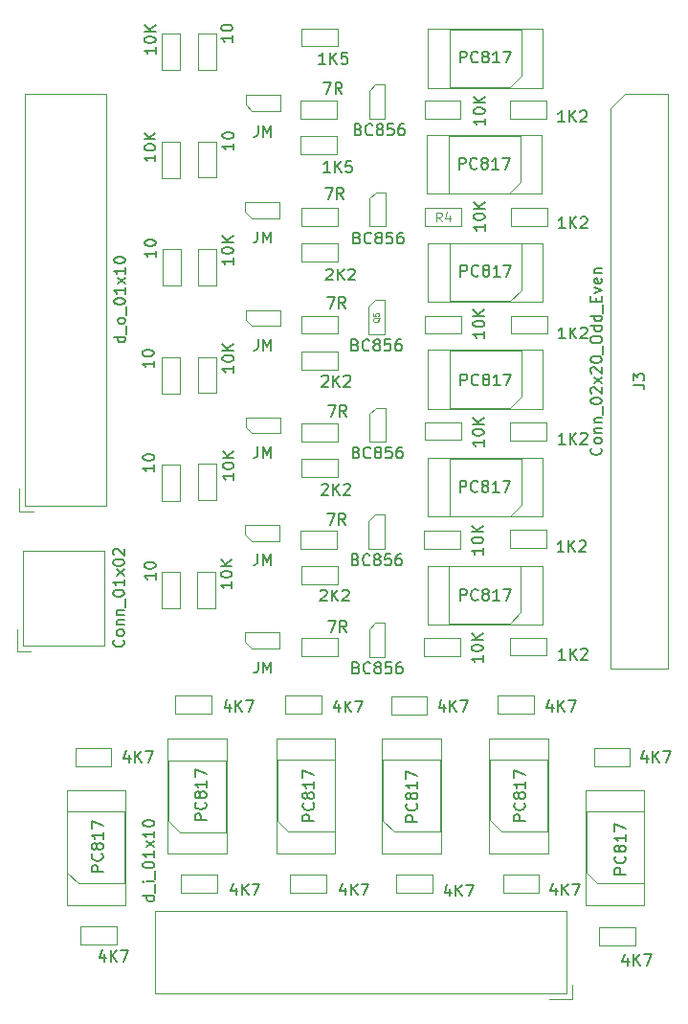
<source format=gbr>
G04 #@! TF.GenerationSoftware,KiCad,Pcbnew,5.1.5+dfsg1-2build2*
G04 #@! TF.CreationDate,2022-07-28T19:41:36+02:00*
G04 #@! TF.ProjectId,digital,64696769-7461-46c2-9e6b-696361645f70,rev?*
G04 #@! TF.SameCoordinates,Original*
G04 #@! TF.FileFunction,Other,Fab,Top*
%FSLAX46Y46*%
G04 Gerber Fmt 4.6, Leading zero omitted, Abs format (unit mm)*
G04 Created by KiCad (PCBNEW 5.1.5+dfsg1-2build2) date 2022-07-28 19:41:36*
%MOMM*%
%LPD*%
G04 APERTURE LIST*
%ADD10C,0.100000*%
%ADD11C,0.150000*%
%ADD12C,0.075000*%
%ADD13C,0.120000*%
G04 APERTURE END LIST*
D10*
X122300000Y-122575000D02*
X125500000Y-122575000D01*
X122300000Y-124175000D02*
X122300000Y-122575000D01*
X125500000Y-124175000D02*
X122300000Y-124175000D01*
X125500000Y-122575000D02*
X125500000Y-124175000D01*
X125012500Y-108325000D02*
X121812500Y-108325000D01*
X125012500Y-106725000D02*
X125012500Y-108325000D01*
X121812500Y-106725000D02*
X125012500Y-106725000D01*
X121812500Y-108325000D02*
X121812500Y-106725000D01*
X121080000Y-110440000D02*
X121080000Y-120600000D01*
X126280000Y-110440000D02*
X121080000Y-110440000D01*
X126280000Y-120600000D02*
X126280000Y-110440000D01*
X121080000Y-120600000D02*
X126280000Y-120600000D01*
X122140000Y-118695000D02*
X121140000Y-117695000D01*
X126220000Y-118695000D02*
X122140000Y-118695000D01*
X126220000Y-112345000D02*
X126220000Y-118695000D01*
X121140000Y-112345000D02*
X126220000Y-112345000D01*
X121140000Y-117695000D02*
X121140000Y-112345000D01*
X124575000Y-48880000D02*
X128385000Y-48880000D01*
X128385000Y-48880000D02*
X128385000Y-99680000D01*
X128385000Y-99680000D02*
X123305000Y-99680000D01*
X123305000Y-99680000D02*
X123305000Y-50150000D01*
X123305000Y-50150000D02*
X124575000Y-48880000D01*
X88375000Y-43587500D02*
X88375000Y-46787500D01*
X86775000Y-43587500D02*
X88375000Y-43587500D01*
X86775000Y-46787500D02*
X86775000Y-43587500D01*
X88375000Y-46787500D02*
X86775000Y-46787500D01*
X88375000Y-53087500D02*
X88375000Y-56287500D01*
X86775000Y-53087500D02*
X88375000Y-53087500D01*
X86775000Y-56287500D02*
X86775000Y-53087500D01*
X88375000Y-56287500D02*
X86775000Y-56287500D01*
X85275000Y-65787500D02*
X83675000Y-65787500D01*
X83675000Y-65787500D02*
X83675000Y-62587500D01*
X83675000Y-62587500D02*
X85275000Y-62587500D01*
X85275000Y-62587500D02*
X85275000Y-65787500D01*
X85175000Y-75400000D02*
X83575000Y-75400000D01*
X83575000Y-75400000D02*
X83575000Y-72200000D01*
X83575000Y-72200000D02*
X85175000Y-72200000D01*
X85175000Y-72200000D02*
X85175000Y-75400000D01*
X85225000Y-81687500D02*
X85225000Y-84887500D01*
X83625000Y-81687500D02*
X85225000Y-81687500D01*
X83625000Y-84887500D02*
X83625000Y-81687500D01*
X85225000Y-84887500D02*
X83625000Y-84887500D01*
X85175000Y-94337500D02*
X83575000Y-94337500D01*
X83575000Y-94337500D02*
X83575000Y-91137500D01*
X83575000Y-91137500D02*
X85175000Y-91137500D01*
X85175000Y-91137500D02*
X85175000Y-94337500D01*
X70950000Y-85775000D02*
X70950000Y-83775000D01*
X72200000Y-85775000D02*
X70950000Y-85775000D01*
X71450000Y-48875000D02*
X71450000Y-85275000D01*
X78700000Y-48875000D02*
X71450000Y-48875000D01*
X78700000Y-85275000D02*
X78700000Y-48875000D01*
X71450000Y-85275000D02*
X78700000Y-85275000D01*
X119375000Y-128400000D02*
X119375000Y-121150000D01*
X119375000Y-121150000D02*
X82975000Y-121150000D01*
X82975000Y-121150000D02*
X82975000Y-128400000D01*
X82975000Y-128400000D02*
X119375000Y-128400000D01*
X119875000Y-127650000D02*
X119875000Y-128900000D01*
X119875000Y-128900000D02*
X117875000Y-128900000D01*
X71275000Y-97700000D02*
X78525000Y-97700000D01*
X78525000Y-97700000D02*
X78525000Y-89300000D01*
X78525000Y-89300000D02*
X71275000Y-89300000D01*
X71275000Y-89300000D02*
X71275000Y-97700000D01*
X72025000Y-98200000D02*
X70775000Y-98200000D01*
X70775000Y-98200000D02*
X70775000Y-96200000D01*
X101922800Y-51108440D02*
X103322800Y-51108440D01*
X103322800Y-48068440D02*
X103322800Y-51108440D01*
X101922800Y-48638440D02*
X102472800Y-48068440D01*
X102472800Y-48068440D02*
X103322800Y-48068440D01*
X101922800Y-48638440D02*
X101922800Y-51088440D01*
X101975000Y-60620000D02*
X103375000Y-60620000D01*
X103375000Y-57580000D02*
X103375000Y-60620000D01*
X101975000Y-58150000D02*
X102525000Y-57580000D01*
X102525000Y-57580000D02*
X103375000Y-57580000D01*
X101975000Y-58150000D02*
X101975000Y-60600000D01*
X91575000Y-50401000D02*
X94025000Y-50401000D01*
X91005000Y-49851000D02*
X91005000Y-49001000D01*
X91575000Y-50401000D02*
X91005000Y-49851000D01*
X91005000Y-49001000D02*
X94045000Y-49001000D01*
X94045000Y-50401000D02*
X94045000Y-49001000D01*
X91525000Y-59900000D02*
X93975000Y-59900000D01*
X90955000Y-59350000D02*
X90955000Y-58500000D01*
X91525000Y-59900000D02*
X90955000Y-59350000D01*
X90955000Y-58500000D02*
X93995000Y-58500000D01*
X93995000Y-59900000D02*
X93995000Y-58500000D01*
X101875000Y-67700000D02*
X101875000Y-70150000D01*
X102425000Y-67130000D02*
X103275000Y-67130000D01*
X101875000Y-67700000D02*
X102425000Y-67130000D01*
X103275000Y-67130000D02*
X103275000Y-70170000D01*
X101875000Y-70170000D02*
X103275000Y-70170000D01*
X101975000Y-77200000D02*
X101975000Y-79650000D01*
X102525000Y-76630000D02*
X103375000Y-76630000D01*
X101975000Y-77200000D02*
X102525000Y-76630000D01*
X103375000Y-76630000D02*
X103375000Y-79670000D01*
X101975000Y-79670000D02*
X103375000Y-79670000D01*
X101900000Y-86675000D02*
X101900000Y-89125000D01*
X102450000Y-86105000D02*
X103300000Y-86105000D01*
X101900000Y-86675000D02*
X102450000Y-86105000D01*
X103300000Y-86105000D02*
X103300000Y-89145000D01*
X101900000Y-89145000D02*
X103300000Y-89145000D01*
X101950000Y-96225000D02*
X101950000Y-98675000D01*
X102500000Y-95655000D02*
X103350000Y-95655000D01*
X101950000Y-96225000D02*
X102500000Y-95655000D01*
X103350000Y-95655000D02*
X103350000Y-98695000D01*
X101950000Y-98695000D02*
X103350000Y-98695000D01*
X94045000Y-69400000D02*
X94045000Y-68000000D01*
X91005000Y-68000000D02*
X94045000Y-68000000D01*
X91575000Y-69400000D02*
X91005000Y-68850000D01*
X91005000Y-68850000D02*
X91005000Y-68000000D01*
X91575000Y-69400000D02*
X94025000Y-69400000D01*
X94045000Y-78900000D02*
X94045000Y-77500000D01*
X91005000Y-77500000D02*
X94045000Y-77500000D01*
X91575000Y-78900000D02*
X91005000Y-78350000D01*
X91005000Y-78350000D02*
X91005000Y-77500000D01*
X91575000Y-78900000D02*
X94025000Y-78900000D01*
X93995000Y-88400000D02*
X93995000Y-87000000D01*
X90955000Y-87000000D02*
X93995000Y-87000000D01*
X91525000Y-88400000D02*
X90955000Y-87850000D01*
X90955000Y-87850000D02*
X90955000Y-87000000D01*
X91525000Y-88400000D02*
X93975000Y-88400000D01*
X94020000Y-97900000D02*
X94020000Y-96500000D01*
X90980000Y-96500000D02*
X94020000Y-96500000D01*
X91550000Y-97900000D02*
X90980000Y-97350000D01*
X90980000Y-97350000D02*
X90980000Y-96500000D01*
X91550000Y-97900000D02*
X94000000Y-97900000D01*
X95887500Y-49500000D02*
X99087500Y-49500000D01*
X95887500Y-51100000D02*
X95887500Y-49500000D01*
X99087500Y-51100000D02*
X95887500Y-51100000D01*
X99087500Y-49500000D02*
X99087500Y-51100000D01*
X95987500Y-59000000D02*
X99187500Y-59000000D01*
X95987500Y-60600000D02*
X95987500Y-59000000D01*
X99187500Y-60600000D02*
X95987500Y-60600000D01*
X99187500Y-59000000D02*
X99187500Y-60600000D01*
X110040160Y-51104760D02*
X106840160Y-51104760D01*
X110040160Y-49504760D02*
X110040160Y-51104760D01*
X106840160Y-49504760D02*
X110040160Y-49504760D01*
X106840160Y-51104760D02*
X106840160Y-49504760D01*
X106887500Y-60600000D02*
X106887500Y-59000000D01*
X106887500Y-59000000D02*
X110087500Y-59000000D01*
X110087500Y-59000000D02*
X110087500Y-60600000D01*
X110087500Y-60600000D02*
X106887500Y-60600000D01*
X117615380Y-49479360D02*
X117615380Y-51079360D01*
X117615380Y-51079360D02*
X114415380Y-51079360D01*
X114415380Y-51079360D02*
X114415380Y-49479360D01*
X114415380Y-49479360D02*
X117615380Y-49479360D01*
X117662500Y-59000000D02*
X117662500Y-60600000D01*
X117662500Y-60600000D02*
X114462500Y-60600000D01*
X114462500Y-60600000D02*
X114462500Y-59000000D01*
X114462500Y-59000000D02*
X117662500Y-59000000D01*
X85175000Y-43587500D02*
X85175000Y-46787500D01*
X83575000Y-43587500D02*
X85175000Y-43587500D01*
X83575000Y-46787500D02*
X83575000Y-43587500D01*
X85175000Y-46787500D02*
X83575000Y-46787500D01*
X85175000Y-53112500D02*
X85175000Y-56312500D01*
X83575000Y-53112500D02*
X85175000Y-53112500D01*
X83575000Y-56312500D02*
X83575000Y-53112500D01*
X85175000Y-56312500D02*
X83575000Y-56312500D01*
X99162500Y-43100000D02*
X99162500Y-44700000D01*
X99162500Y-44700000D02*
X95962500Y-44700000D01*
X95962500Y-44700000D02*
X95962500Y-43100000D01*
X95962500Y-43100000D02*
X99162500Y-43100000D01*
X99087500Y-52600000D02*
X99087500Y-54200000D01*
X99087500Y-54200000D02*
X95887500Y-54200000D01*
X95887500Y-54200000D02*
X95887500Y-52600000D01*
X95887500Y-52600000D02*
X99087500Y-52600000D01*
X95962500Y-68500000D02*
X99162500Y-68500000D01*
X95962500Y-70100000D02*
X95962500Y-68500000D01*
X99162500Y-70100000D02*
X95962500Y-70100000D01*
X99162500Y-68500000D02*
X99162500Y-70100000D01*
X95962500Y-78000000D02*
X99162500Y-78000000D01*
X95962500Y-79600000D02*
X95962500Y-78000000D01*
X99162500Y-79600000D02*
X95962500Y-79600000D01*
X99162500Y-78000000D02*
X99162500Y-79600000D01*
X95900000Y-87500000D02*
X99100000Y-87500000D01*
X95900000Y-89100000D02*
X95900000Y-87500000D01*
X99100000Y-89100000D02*
X95900000Y-89100000D01*
X99100000Y-87500000D02*
X99100000Y-89100000D01*
X99162500Y-97025000D02*
X99162500Y-98625000D01*
X99162500Y-98625000D02*
X95962500Y-98625000D01*
X95962500Y-98625000D02*
X95962500Y-97025000D01*
X95962500Y-97025000D02*
X99162500Y-97025000D01*
X106875000Y-70100000D02*
X106875000Y-68500000D01*
X106875000Y-68500000D02*
X110075000Y-68500000D01*
X110075000Y-68500000D02*
X110075000Y-70100000D01*
X110075000Y-70100000D02*
X106875000Y-70100000D01*
X110062500Y-79500000D02*
X106862500Y-79500000D01*
X110062500Y-77900000D02*
X110062500Y-79500000D01*
X106862500Y-77900000D02*
X110062500Y-77900000D01*
X106862500Y-79500000D02*
X106862500Y-77900000D01*
X110025000Y-89075000D02*
X106825000Y-89075000D01*
X110025000Y-87475000D02*
X110025000Y-89075000D01*
X106825000Y-87475000D02*
X110025000Y-87475000D01*
X106825000Y-89075000D02*
X106825000Y-87475000D01*
X110012500Y-98625000D02*
X106812500Y-98625000D01*
X110012500Y-97025000D02*
X110012500Y-98625000D01*
X106812500Y-97025000D02*
X110012500Y-97025000D01*
X106812500Y-98625000D02*
X106812500Y-97025000D01*
X117662500Y-68500000D02*
X117662500Y-70100000D01*
X117662500Y-70100000D02*
X114462500Y-70100000D01*
X114462500Y-70100000D02*
X114462500Y-68500000D01*
X114462500Y-68500000D02*
X117662500Y-68500000D01*
X117625000Y-77950000D02*
X117625000Y-79550000D01*
X117625000Y-79550000D02*
X114425000Y-79550000D01*
X114425000Y-79550000D02*
X114425000Y-77950000D01*
X114425000Y-77950000D02*
X117625000Y-77950000D01*
X117625000Y-87450000D02*
X117625000Y-89050000D01*
X117625000Y-89050000D02*
X114425000Y-89050000D01*
X114425000Y-89050000D02*
X114425000Y-87450000D01*
X114425000Y-87450000D02*
X117625000Y-87450000D01*
X114437500Y-96950000D02*
X117637500Y-96950000D01*
X114437500Y-98550000D02*
X114437500Y-96950000D01*
X117637500Y-98550000D02*
X114437500Y-98550000D01*
X117637500Y-96950000D02*
X117637500Y-98550000D01*
X88375000Y-62587500D02*
X88375000Y-65787500D01*
X86775000Y-62587500D02*
X88375000Y-62587500D01*
X86775000Y-65787500D02*
X86775000Y-62587500D01*
X88375000Y-65787500D02*
X86775000Y-65787500D01*
X88425000Y-75337500D02*
X86825000Y-75337500D01*
X86825000Y-75337500D02*
X86825000Y-72137500D01*
X86825000Y-72137500D02*
X88425000Y-72137500D01*
X88425000Y-72137500D02*
X88425000Y-75337500D01*
X88375000Y-84762500D02*
X86775000Y-84762500D01*
X86775000Y-84762500D02*
X86775000Y-81562500D01*
X86775000Y-81562500D02*
X88375000Y-81562500D01*
X88375000Y-81562500D02*
X88375000Y-84762500D01*
X88350000Y-91137500D02*
X88350000Y-94337500D01*
X86750000Y-91137500D02*
X88350000Y-91137500D01*
X86750000Y-94337500D02*
X86750000Y-91137500D01*
X88350000Y-94337500D02*
X86750000Y-94337500D01*
X99162500Y-62100000D02*
X99162500Y-63700000D01*
X99162500Y-63700000D02*
X95962500Y-63700000D01*
X95962500Y-63700000D02*
X95962500Y-62100000D01*
X95962500Y-62100000D02*
X99162500Y-62100000D01*
X99187500Y-71650000D02*
X99187500Y-73250000D01*
X99187500Y-73250000D02*
X95987500Y-73250000D01*
X95987500Y-73250000D02*
X95987500Y-71650000D01*
X95987500Y-71650000D02*
X99187500Y-71650000D01*
X99125000Y-81125000D02*
X99125000Y-82725000D01*
X99125000Y-82725000D02*
X95925000Y-82725000D01*
X95925000Y-82725000D02*
X95925000Y-81125000D01*
X95925000Y-81125000D02*
X99125000Y-81125000D01*
X99137500Y-90625000D02*
X99137500Y-92225000D01*
X99137500Y-92225000D02*
X95937500Y-92225000D01*
X95937500Y-92225000D02*
X95937500Y-90625000D01*
X95937500Y-90625000D02*
X99137500Y-90625000D01*
X116975000Y-117900000D02*
X116975000Y-119500000D01*
X116975000Y-119500000D02*
X113775000Y-119500000D01*
X113775000Y-119500000D02*
X113775000Y-117900000D01*
X113775000Y-117900000D02*
X116975000Y-117900000D01*
X107512500Y-117925000D02*
X107512500Y-119525000D01*
X107512500Y-119525000D02*
X104312500Y-119525000D01*
X104312500Y-119525000D02*
X104312500Y-117925000D01*
X104312500Y-117925000D02*
X107512500Y-117925000D01*
X98162500Y-117900000D02*
X98162500Y-119500000D01*
X98162500Y-119500000D02*
X94962500Y-119500000D01*
X94962500Y-119500000D02*
X94962500Y-117900000D01*
X94962500Y-117900000D02*
X98162500Y-117900000D01*
X88512500Y-117900000D02*
X88512500Y-119500000D01*
X88512500Y-119500000D02*
X85312500Y-119500000D01*
X85312500Y-119500000D02*
X85312500Y-117900000D01*
X85312500Y-117900000D02*
X88512500Y-117900000D01*
X79587500Y-122500000D02*
X79587500Y-124100000D01*
X79587500Y-124100000D02*
X76387500Y-124100000D01*
X76387500Y-124100000D02*
X76387500Y-122500000D01*
X76387500Y-122500000D02*
X79587500Y-122500000D01*
X116537500Y-103700000D02*
X113337500Y-103700000D01*
X116537500Y-102100000D02*
X116537500Y-103700000D01*
X113337500Y-102100000D02*
X116537500Y-102100000D01*
X113337500Y-103700000D02*
X113337500Y-102100000D01*
X107062500Y-103725000D02*
X103862500Y-103725000D01*
X107062500Y-102125000D02*
X107062500Y-103725000D01*
X103862500Y-102125000D02*
X107062500Y-102125000D01*
X103862500Y-103725000D02*
X103862500Y-102125000D01*
X97712500Y-103700000D02*
X94512500Y-103700000D01*
X97712500Y-102100000D02*
X97712500Y-103700000D01*
X94512500Y-102100000D02*
X97712500Y-102100000D01*
X94512500Y-103700000D02*
X94512500Y-102100000D01*
X88000000Y-103700000D02*
X84800000Y-103700000D01*
X88000000Y-102100000D02*
X88000000Y-103700000D01*
X84800000Y-102100000D02*
X88000000Y-102100000D01*
X84800000Y-103700000D02*
X84800000Y-102100000D01*
X79137500Y-108300000D02*
X75937500Y-108300000D01*
X79137500Y-106700000D02*
X79137500Y-108300000D01*
X75937500Y-106700000D02*
X79137500Y-106700000D01*
X75937500Y-108300000D02*
X75937500Y-106700000D01*
X107121900Y-48348000D02*
X117281900Y-48348000D01*
X107121900Y-43148000D02*
X107121900Y-48348000D01*
X117281900Y-43148000D02*
X107121900Y-43148000D01*
X117281900Y-48348000D02*
X117281900Y-43148000D01*
X115376900Y-47288000D02*
X114376900Y-48288000D01*
X115376900Y-43208000D02*
X115376900Y-47288000D01*
X109026900Y-43208000D02*
X115376900Y-43208000D01*
X109026900Y-48288000D02*
X109026900Y-43208000D01*
X114376900Y-48288000D02*
X109026900Y-48288000D01*
X107050000Y-57730000D02*
X117210000Y-57730000D01*
X107050000Y-52530000D02*
X107050000Y-57730000D01*
X117210000Y-52530000D02*
X107050000Y-52530000D01*
X117210000Y-57730000D02*
X117210000Y-52530000D01*
X115305000Y-56670000D02*
X114305000Y-57670000D01*
X115305000Y-52590000D02*
X115305000Y-56670000D01*
X108955000Y-52590000D02*
X115305000Y-52590000D01*
X108955000Y-57670000D02*
X108955000Y-52590000D01*
X114305000Y-57670000D02*
X108955000Y-57670000D01*
X114395000Y-67210000D02*
X109045000Y-67210000D01*
X109045000Y-67210000D02*
X109045000Y-62130000D01*
X109045000Y-62130000D02*
X115395000Y-62130000D01*
X115395000Y-62130000D02*
X115395000Y-66210000D01*
X115395000Y-66210000D02*
X114395000Y-67210000D01*
X117300000Y-67270000D02*
X117300000Y-62070000D01*
X117300000Y-62070000D02*
X107140000Y-62070000D01*
X107140000Y-62070000D02*
X107140000Y-67270000D01*
X107140000Y-67270000D02*
X117300000Y-67270000D01*
X114405000Y-76660000D02*
X109055000Y-76660000D01*
X109055000Y-76660000D02*
X109055000Y-71580000D01*
X109055000Y-71580000D02*
X115405000Y-71580000D01*
X115405000Y-71580000D02*
X115405000Y-75660000D01*
X115405000Y-75660000D02*
X114405000Y-76660000D01*
X117310000Y-76720000D02*
X117310000Y-71520000D01*
X117310000Y-71520000D02*
X107150000Y-71520000D01*
X107150000Y-71520000D02*
X107150000Y-76720000D01*
X107150000Y-76720000D02*
X117310000Y-76720000D01*
X114400000Y-86215000D02*
X109050000Y-86215000D01*
X109050000Y-86215000D02*
X109050000Y-81135000D01*
X109050000Y-81135000D02*
X115400000Y-81135000D01*
X115400000Y-81135000D02*
X115400000Y-85215000D01*
X115400000Y-85215000D02*
X114400000Y-86215000D01*
X117305000Y-86275000D02*
X117305000Y-81075000D01*
X117305000Y-81075000D02*
X107145000Y-81075000D01*
X107145000Y-81075000D02*
X107145000Y-86275000D01*
X107145000Y-86275000D02*
X117305000Y-86275000D01*
X107120000Y-95800000D02*
X117280000Y-95800000D01*
X107120000Y-90600000D02*
X107120000Y-95800000D01*
X117280000Y-90600000D02*
X107120000Y-90600000D01*
X117280000Y-95800000D02*
X117280000Y-90600000D01*
X115375000Y-94740000D02*
X114375000Y-95740000D01*
X115375000Y-90660000D02*
X115375000Y-94740000D01*
X109025000Y-90660000D02*
X115375000Y-90660000D01*
X109025000Y-95740000D02*
X109025000Y-90660000D01*
X114375000Y-95740000D02*
X109025000Y-95740000D01*
X112555000Y-105840000D02*
X112555000Y-116000000D01*
X117755000Y-105840000D02*
X112555000Y-105840000D01*
X117755000Y-116000000D02*
X117755000Y-105840000D01*
X112555000Y-116000000D02*
X117755000Y-116000000D01*
X113615000Y-114095000D02*
X112615000Y-113095000D01*
X117695000Y-114095000D02*
X113615000Y-114095000D01*
X117695000Y-107745000D02*
X117695000Y-114095000D01*
X112615000Y-107745000D02*
X117695000Y-107745000D01*
X112615000Y-113095000D02*
X112615000Y-107745000D01*
X103159300Y-113120200D02*
X103159300Y-107770200D01*
X103159300Y-107770200D02*
X108239300Y-107770200D01*
X108239300Y-107770200D02*
X108239300Y-114120200D01*
X108239300Y-114120200D02*
X104159300Y-114120200D01*
X104159300Y-114120200D02*
X103159300Y-113120200D01*
X103099300Y-116025200D02*
X108299300Y-116025200D01*
X108299300Y-116025200D02*
X108299300Y-105865200D01*
X108299300Y-105865200D02*
X103099300Y-105865200D01*
X103099300Y-105865200D02*
X103099300Y-116025200D01*
X93790000Y-113120000D02*
X93790000Y-107770000D01*
X93790000Y-107770000D02*
X98870000Y-107770000D01*
X98870000Y-107770000D02*
X98870000Y-114120000D01*
X98870000Y-114120000D02*
X94790000Y-114120000D01*
X94790000Y-114120000D02*
X93790000Y-113120000D01*
X93730000Y-116025000D02*
X98930000Y-116025000D01*
X98930000Y-116025000D02*
X98930000Y-105865000D01*
X98930000Y-105865000D02*
X93730000Y-105865000D01*
X93730000Y-105865000D02*
X93730000Y-116025000D01*
X84101900Y-105878600D02*
X84101900Y-116038600D01*
X89301900Y-105878600D02*
X84101900Y-105878600D01*
X89301900Y-116038600D02*
X89301900Y-105878600D01*
X84101900Y-116038600D02*
X89301900Y-116038600D01*
X85161900Y-114133600D02*
X84161900Y-113133600D01*
X89241900Y-114133600D02*
X85161900Y-114133600D01*
X89241900Y-107783600D02*
X89241900Y-114133600D01*
X84161900Y-107783600D02*
X89241900Y-107783600D01*
X84161900Y-113133600D02*
X84161900Y-107783600D01*
X75230000Y-117695000D02*
X75230000Y-112345000D01*
X75230000Y-112345000D02*
X80310000Y-112345000D01*
X80310000Y-112345000D02*
X80310000Y-118695000D01*
X80310000Y-118695000D02*
X76230000Y-118695000D01*
X76230000Y-118695000D02*
X75230000Y-117695000D01*
X75170000Y-120600000D02*
X80370000Y-120600000D01*
X80370000Y-120600000D02*
X80370000Y-110440000D01*
X80370000Y-110440000D02*
X75170000Y-110440000D01*
X75170000Y-110440000D02*
X75170000Y-120600000D01*
D11*
X124824285Y-125265714D02*
X124824285Y-125932380D01*
X124586190Y-124884761D02*
X124348095Y-125599047D01*
X124967142Y-125599047D01*
X125348095Y-125932380D02*
X125348095Y-124932380D01*
X125919523Y-125932380D02*
X125490952Y-125360952D01*
X125919523Y-124932380D02*
X125348095Y-125503809D01*
X126252857Y-124932380D02*
X126919523Y-124932380D01*
X126490952Y-125932380D01*
X126514285Y-107295714D02*
X126514285Y-107962380D01*
X126276190Y-106914761D02*
X126038095Y-107629047D01*
X126657142Y-107629047D01*
X127038095Y-107962380D02*
X127038095Y-106962380D01*
X127609523Y-107962380D02*
X127180952Y-107390952D01*
X127609523Y-106962380D02*
X127038095Y-107533809D01*
X127942857Y-106962380D02*
X128609523Y-106962380D01*
X128180952Y-107962380D01*
X124652380Y-117860476D02*
X123652380Y-117860476D01*
X123652380Y-117479523D01*
X123700000Y-117384285D01*
X123747619Y-117336666D01*
X123842857Y-117289047D01*
X123985714Y-117289047D01*
X124080952Y-117336666D01*
X124128571Y-117384285D01*
X124176190Y-117479523D01*
X124176190Y-117860476D01*
X124557142Y-116289047D02*
X124604761Y-116336666D01*
X124652380Y-116479523D01*
X124652380Y-116574761D01*
X124604761Y-116717619D01*
X124509523Y-116812857D01*
X124414285Y-116860476D01*
X124223809Y-116908095D01*
X124080952Y-116908095D01*
X123890476Y-116860476D01*
X123795238Y-116812857D01*
X123700000Y-116717619D01*
X123652380Y-116574761D01*
X123652380Y-116479523D01*
X123700000Y-116336666D01*
X123747619Y-116289047D01*
X124080952Y-115717619D02*
X124033333Y-115812857D01*
X123985714Y-115860476D01*
X123890476Y-115908095D01*
X123842857Y-115908095D01*
X123747619Y-115860476D01*
X123700000Y-115812857D01*
X123652380Y-115717619D01*
X123652380Y-115527142D01*
X123700000Y-115431904D01*
X123747619Y-115384285D01*
X123842857Y-115336666D01*
X123890476Y-115336666D01*
X123985714Y-115384285D01*
X124033333Y-115431904D01*
X124080952Y-115527142D01*
X124080952Y-115717619D01*
X124128571Y-115812857D01*
X124176190Y-115860476D01*
X124271428Y-115908095D01*
X124461904Y-115908095D01*
X124557142Y-115860476D01*
X124604761Y-115812857D01*
X124652380Y-115717619D01*
X124652380Y-115527142D01*
X124604761Y-115431904D01*
X124557142Y-115384285D01*
X124461904Y-115336666D01*
X124271428Y-115336666D01*
X124176190Y-115384285D01*
X124128571Y-115431904D01*
X124080952Y-115527142D01*
X124652380Y-114384285D02*
X124652380Y-114955714D01*
X124652380Y-114670000D02*
X123652380Y-114670000D01*
X123795238Y-114765238D01*
X123890476Y-114860476D01*
X123938095Y-114955714D01*
X123652380Y-114050952D02*
X123652380Y-113384285D01*
X124652380Y-113812857D01*
X122437142Y-80182857D02*
X122484761Y-80230476D01*
X122532380Y-80373333D01*
X122532380Y-80468571D01*
X122484761Y-80611428D01*
X122389523Y-80706666D01*
X122294285Y-80754285D01*
X122103809Y-80801904D01*
X121960952Y-80801904D01*
X121770476Y-80754285D01*
X121675238Y-80706666D01*
X121580000Y-80611428D01*
X121532380Y-80468571D01*
X121532380Y-80373333D01*
X121580000Y-80230476D01*
X121627619Y-80182857D01*
X122532380Y-79611428D02*
X122484761Y-79706666D01*
X122437142Y-79754285D01*
X122341904Y-79801904D01*
X122056190Y-79801904D01*
X121960952Y-79754285D01*
X121913333Y-79706666D01*
X121865714Y-79611428D01*
X121865714Y-79468571D01*
X121913333Y-79373333D01*
X121960952Y-79325714D01*
X122056190Y-79278095D01*
X122341904Y-79278095D01*
X122437142Y-79325714D01*
X122484761Y-79373333D01*
X122532380Y-79468571D01*
X122532380Y-79611428D01*
X121865714Y-78849523D02*
X122532380Y-78849523D01*
X121960952Y-78849523D02*
X121913333Y-78801904D01*
X121865714Y-78706666D01*
X121865714Y-78563809D01*
X121913333Y-78468571D01*
X122008571Y-78420952D01*
X122532380Y-78420952D01*
X121865714Y-77944761D02*
X122532380Y-77944761D01*
X121960952Y-77944761D02*
X121913333Y-77897142D01*
X121865714Y-77801904D01*
X121865714Y-77659047D01*
X121913333Y-77563809D01*
X122008571Y-77516190D01*
X122532380Y-77516190D01*
X122627619Y-77278095D02*
X122627619Y-76516190D01*
X121532380Y-76087619D02*
X121532380Y-75992380D01*
X121580000Y-75897142D01*
X121627619Y-75849523D01*
X121722857Y-75801904D01*
X121913333Y-75754285D01*
X122151428Y-75754285D01*
X122341904Y-75801904D01*
X122437142Y-75849523D01*
X122484761Y-75897142D01*
X122532380Y-75992380D01*
X122532380Y-76087619D01*
X122484761Y-76182857D01*
X122437142Y-76230476D01*
X122341904Y-76278095D01*
X122151428Y-76325714D01*
X121913333Y-76325714D01*
X121722857Y-76278095D01*
X121627619Y-76230476D01*
X121580000Y-76182857D01*
X121532380Y-76087619D01*
X121627619Y-75373333D02*
X121580000Y-75325714D01*
X121532380Y-75230476D01*
X121532380Y-74992380D01*
X121580000Y-74897142D01*
X121627619Y-74849523D01*
X121722857Y-74801904D01*
X121818095Y-74801904D01*
X121960952Y-74849523D01*
X122532380Y-75420952D01*
X122532380Y-74801904D01*
X122532380Y-74468571D02*
X121865714Y-73944761D01*
X121865714Y-74468571D02*
X122532380Y-73944761D01*
X121627619Y-73611428D02*
X121580000Y-73563809D01*
X121532380Y-73468571D01*
X121532380Y-73230476D01*
X121580000Y-73135238D01*
X121627619Y-73087619D01*
X121722857Y-73040000D01*
X121818095Y-73040000D01*
X121960952Y-73087619D01*
X122532380Y-73659047D01*
X122532380Y-73040000D01*
X121532380Y-72420952D02*
X121532380Y-72325714D01*
X121580000Y-72230476D01*
X121627619Y-72182857D01*
X121722857Y-72135238D01*
X121913333Y-72087619D01*
X122151428Y-72087619D01*
X122341904Y-72135238D01*
X122437142Y-72182857D01*
X122484761Y-72230476D01*
X122532380Y-72325714D01*
X122532380Y-72420952D01*
X122484761Y-72516190D01*
X122437142Y-72563809D01*
X122341904Y-72611428D01*
X122151428Y-72659047D01*
X121913333Y-72659047D01*
X121722857Y-72611428D01*
X121627619Y-72563809D01*
X121580000Y-72516190D01*
X121532380Y-72420952D01*
X122627619Y-71897142D02*
X122627619Y-71135238D01*
X121532380Y-70706666D02*
X121532380Y-70516190D01*
X121580000Y-70420952D01*
X121675238Y-70325714D01*
X121865714Y-70278095D01*
X122199047Y-70278095D01*
X122389523Y-70325714D01*
X122484761Y-70420952D01*
X122532380Y-70516190D01*
X122532380Y-70706666D01*
X122484761Y-70801904D01*
X122389523Y-70897142D01*
X122199047Y-70944761D01*
X121865714Y-70944761D01*
X121675238Y-70897142D01*
X121580000Y-70801904D01*
X121532380Y-70706666D01*
X122532380Y-69420952D02*
X121532380Y-69420952D01*
X122484761Y-69420952D02*
X122532380Y-69516190D01*
X122532380Y-69706666D01*
X122484761Y-69801904D01*
X122437142Y-69849523D01*
X122341904Y-69897142D01*
X122056190Y-69897142D01*
X121960952Y-69849523D01*
X121913333Y-69801904D01*
X121865714Y-69706666D01*
X121865714Y-69516190D01*
X121913333Y-69420952D01*
X122532380Y-68516190D02*
X121532380Y-68516190D01*
X122484761Y-68516190D02*
X122532380Y-68611428D01*
X122532380Y-68801904D01*
X122484761Y-68897142D01*
X122437142Y-68944761D01*
X122341904Y-68992380D01*
X122056190Y-68992380D01*
X121960952Y-68944761D01*
X121913333Y-68897142D01*
X121865714Y-68801904D01*
X121865714Y-68611428D01*
X121913333Y-68516190D01*
X122627619Y-68278095D02*
X122627619Y-67516190D01*
X122008571Y-67278095D02*
X122008571Y-66944761D01*
X122532380Y-66801904D02*
X122532380Y-67278095D01*
X121532380Y-67278095D01*
X121532380Y-66801904D01*
X121865714Y-66468571D02*
X122532380Y-66230476D01*
X121865714Y-65992380D01*
X122484761Y-65230476D02*
X122532380Y-65325714D01*
X122532380Y-65516190D01*
X122484761Y-65611428D01*
X122389523Y-65659047D01*
X122008571Y-65659047D01*
X121913333Y-65611428D01*
X121865714Y-65516190D01*
X121865714Y-65325714D01*
X121913333Y-65230476D01*
X122008571Y-65182857D01*
X122103809Y-65182857D01*
X122199047Y-65659047D01*
X121865714Y-64754285D02*
X122532380Y-64754285D01*
X121960952Y-64754285D02*
X121913333Y-64706666D01*
X121865714Y-64611428D01*
X121865714Y-64468571D01*
X121913333Y-64373333D01*
X122008571Y-64325714D01*
X122532380Y-64325714D01*
X125297380Y-74613333D02*
X126011666Y-74613333D01*
X126154523Y-74660952D01*
X126249761Y-74756190D01*
X126297380Y-74899047D01*
X126297380Y-74994285D01*
X125297380Y-74232380D02*
X125297380Y-73613333D01*
X125678333Y-73946666D01*
X125678333Y-73803809D01*
X125725952Y-73708571D01*
X125773571Y-73660952D01*
X125868809Y-73613333D01*
X126106904Y-73613333D01*
X126202142Y-73660952D01*
X126249761Y-73708571D01*
X126297380Y-73803809D01*
X126297380Y-74089523D01*
X126249761Y-74184761D01*
X126202142Y-74232380D01*
X89852380Y-43730476D02*
X89852380Y-44301904D01*
X89852380Y-44016190D02*
X88852380Y-44016190D01*
X88995238Y-44111428D01*
X89090476Y-44206666D01*
X89138095Y-44301904D01*
X88852380Y-43111428D02*
X88852380Y-43016190D01*
X88900000Y-42920952D01*
X88947619Y-42873333D01*
X89042857Y-42825714D01*
X89233333Y-42778095D01*
X89471428Y-42778095D01*
X89661904Y-42825714D01*
X89757142Y-42873333D01*
X89804761Y-42920952D01*
X89852380Y-43016190D01*
X89852380Y-43111428D01*
X89804761Y-43206666D01*
X89757142Y-43254285D01*
X89661904Y-43301904D01*
X89471428Y-43349523D01*
X89233333Y-43349523D01*
X89042857Y-43301904D01*
X88947619Y-43254285D01*
X88900000Y-43206666D01*
X88852380Y-43111428D01*
X89952380Y-53260476D02*
X89952380Y-53831904D01*
X89952380Y-53546190D02*
X88952380Y-53546190D01*
X89095238Y-53641428D01*
X89190476Y-53736666D01*
X89238095Y-53831904D01*
X88952380Y-52641428D02*
X88952380Y-52546190D01*
X89000000Y-52450952D01*
X89047619Y-52403333D01*
X89142857Y-52355714D01*
X89333333Y-52308095D01*
X89571428Y-52308095D01*
X89761904Y-52355714D01*
X89857142Y-52403333D01*
X89904761Y-52450952D01*
X89952380Y-52546190D01*
X89952380Y-52641428D01*
X89904761Y-52736666D01*
X89857142Y-52784285D01*
X89761904Y-52831904D01*
X89571428Y-52879523D01*
X89333333Y-52879523D01*
X89142857Y-52831904D01*
X89047619Y-52784285D01*
X89000000Y-52736666D01*
X88952380Y-52641428D01*
X83062380Y-62740476D02*
X83062380Y-63311904D01*
X83062380Y-63026190D02*
X82062380Y-63026190D01*
X82205238Y-63121428D01*
X82300476Y-63216666D01*
X82348095Y-63311904D01*
X82062380Y-62121428D02*
X82062380Y-62026190D01*
X82110000Y-61930952D01*
X82157619Y-61883333D01*
X82252857Y-61835714D01*
X82443333Y-61788095D01*
X82681428Y-61788095D01*
X82871904Y-61835714D01*
X82967142Y-61883333D01*
X83014761Y-61930952D01*
X83062380Y-62026190D01*
X83062380Y-62121428D01*
X83014761Y-62216666D01*
X82967142Y-62264285D01*
X82871904Y-62311904D01*
X82681428Y-62359523D01*
X82443333Y-62359523D01*
X82252857Y-62311904D01*
X82157619Y-62264285D01*
X82110000Y-62216666D01*
X82062380Y-62121428D01*
X82872380Y-72480476D02*
X82872380Y-73051904D01*
X82872380Y-72766190D02*
X81872380Y-72766190D01*
X82015238Y-72861428D01*
X82110476Y-72956666D01*
X82158095Y-73051904D01*
X81872380Y-71861428D02*
X81872380Y-71766190D01*
X81920000Y-71670952D01*
X81967619Y-71623333D01*
X82062857Y-71575714D01*
X82253333Y-71528095D01*
X82491428Y-71528095D01*
X82681904Y-71575714D01*
X82777142Y-71623333D01*
X82824761Y-71670952D01*
X82872380Y-71766190D01*
X82872380Y-71861428D01*
X82824761Y-71956666D01*
X82777142Y-72004285D01*
X82681904Y-72051904D01*
X82491428Y-72099523D01*
X82253333Y-72099523D01*
X82062857Y-72051904D01*
X81967619Y-72004285D01*
X81920000Y-71956666D01*
X81872380Y-71861428D01*
X82932380Y-81700476D02*
X82932380Y-82271904D01*
X82932380Y-81986190D02*
X81932380Y-81986190D01*
X82075238Y-82081428D01*
X82170476Y-82176666D01*
X82218095Y-82271904D01*
X81932380Y-81081428D02*
X81932380Y-80986190D01*
X81980000Y-80890952D01*
X82027619Y-80843333D01*
X82122857Y-80795714D01*
X82313333Y-80748095D01*
X82551428Y-80748095D01*
X82741904Y-80795714D01*
X82837142Y-80843333D01*
X82884761Y-80890952D01*
X82932380Y-80986190D01*
X82932380Y-81081428D01*
X82884761Y-81176666D01*
X82837142Y-81224285D01*
X82741904Y-81271904D01*
X82551428Y-81319523D01*
X82313333Y-81319523D01*
X82122857Y-81271904D01*
X82027619Y-81224285D01*
X81980000Y-81176666D01*
X81932380Y-81081428D01*
X83042380Y-91230476D02*
X83042380Y-91801904D01*
X83042380Y-91516190D02*
X82042380Y-91516190D01*
X82185238Y-91611428D01*
X82280476Y-91706666D01*
X82328095Y-91801904D01*
X82042380Y-90611428D02*
X82042380Y-90516190D01*
X82090000Y-90420952D01*
X82137619Y-90373333D01*
X82232857Y-90325714D01*
X82423333Y-90278095D01*
X82661428Y-90278095D01*
X82851904Y-90325714D01*
X82947142Y-90373333D01*
X82994761Y-90420952D01*
X83042380Y-90516190D01*
X83042380Y-90611428D01*
X82994761Y-90706666D01*
X82947142Y-90754285D01*
X82851904Y-90801904D01*
X82661428Y-90849523D01*
X82423333Y-90849523D01*
X82232857Y-90801904D01*
X82137619Y-90754285D01*
X82090000Y-90706666D01*
X82042380Y-90611428D01*
X80352380Y-70384523D02*
X79352380Y-70384523D01*
X80304761Y-70384523D02*
X80352380Y-70479761D01*
X80352380Y-70670238D01*
X80304761Y-70765476D01*
X80257142Y-70813095D01*
X80161904Y-70860714D01*
X79876190Y-70860714D01*
X79780952Y-70813095D01*
X79733333Y-70765476D01*
X79685714Y-70670238D01*
X79685714Y-70479761D01*
X79733333Y-70384523D01*
X80447619Y-70146428D02*
X80447619Y-69384523D01*
X80352380Y-69003571D02*
X80304761Y-69098809D01*
X80257142Y-69146428D01*
X80161904Y-69194047D01*
X79876190Y-69194047D01*
X79780952Y-69146428D01*
X79733333Y-69098809D01*
X79685714Y-69003571D01*
X79685714Y-68860714D01*
X79733333Y-68765476D01*
X79780952Y-68717857D01*
X79876190Y-68670238D01*
X80161904Y-68670238D01*
X80257142Y-68717857D01*
X80304761Y-68765476D01*
X80352380Y-68860714D01*
X80352380Y-69003571D01*
X80447619Y-68479761D02*
X80447619Y-67717857D01*
X79352380Y-67289285D02*
X79352380Y-67194047D01*
X79400000Y-67098809D01*
X79447619Y-67051190D01*
X79542857Y-67003571D01*
X79733333Y-66955952D01*
X79971428Y-66955952D01*
X80161904Y-67003571D01*
X80257142Y-67051190D01*
X80304761Y-67098809D01*
X80352380Y-67194047D01*
X80352380Y-67289285D01*
X80304761Y-67384523D01*
X80257142Y-67432142D01*
X80161904Y-67479761D01*
X79971428Y-67527380D01*
X79733333Y-67527380D01*
X79542857Y-67479761D01*
X79447619Y-67432142D01*
X79400000Y-67384523D01*
X79352380Y-67289285D01*
X80352380Y-66003571D02*
X80352380Y-66575000D01*
X80352380Y-66289285D02*
X79352380Y-66289285D01*
X79495238Y-66384523D01*
X79590476Y-66479761D01*
X79638095Y-66575000D01*
X80352380Y-65670238D02*
X79685714Y-65146428D01*
X79685714Y-65670238D02*
X80352380Y-65146428D01*
X80352380Y-64241666D02*
X80352380Y-64813095D01*
X80352380Y-64527380D02*
X79352380Y-64527380D01*
X79495238Y-64622619D01*
X79590476Y-64717857D01*
X79638095Y-64813095D01*
X79352380Y-63622619D02*
X79352380Y-63527380D01*
X79400000Y-63432142D01*
X79447619Y-63384523D01*
X79542857Y-63336904D01*
X79733333Y-63289285D01*
X79971428Y-63289285D01*
X80161904Y-63336904D01*
X80257142Y-63384523D01*
X80304761Y-63432142D01*
X80352380Y-63527380D01*
X80352380Y-63622619D01*
X80304761Y-63717857D01*
X80257142Y-63765476D01*
X80161904Y-63813095D01*
X79971428Y-63860714D01*
X79733333Y-63860714D01*
X79542857Y-63813095D01*
X79447619Y-63765476D01*
X79400000Y-63717857D01*
X79352380Y-63622619D01*
X82922380Y-119765238D02*
X81922380Y-119765238D01*
X82874761Y-119765238D02*
X82922380Y-119860476D01*
X82922380Y-120050952D01*
X82874761Y-120146190D01*
X82827142Y-120193809D01*
X82731904Y-120241428D01*
X82446190Y-120241428D01*
X82350952Y-120193809D01*
X82303333Y-120146190D01*
X82255714Y-120050952D01*
X82255714Y-119860476D01*
X82303333Y-119765238D01*
X83017619Y-119527142D02*
X83017619Y-118765238D01*
X82922380Y-118527142D02*
X82255714Y-118527142D01*
X81922380Y-118527142D02*
X81970000Y-118574761D01*
X82017619Y-118527142D01*
X81970000Y-118479523D01*
X81922380Y-118527142D01*
X82017619Y-118527142D01*
X83017619Y-118289047D02*
X83017619Y-117527142D01*
X81922380Y-117098571D02*
X81922380Y-117003333D01*
X81970000Y-116908095D01*
X82017619Y-116860476D01*
X82112857Y-116812857D01*
X82303333Y-116765238D01*
X82541428Y-116765238D01*
X82731904Y-116812857D01*
X82827142Y-116860476D01*
X82874761Y-116908095D01*
X82922380Y-117003333D01*
X82922380Y-117098571D01*
X82874761Y-117193809D01*
X82827142Y-117241428D01*
X82731904Y-117289047D01*
X82541428Y-117336666D01*
X82303333Y-117336666D01*
X82112857Y-117289047D01*
X82017619Y-117241428D01*
X81970000Y-117193809D01*
X81922380Y-117098571D01*
X82922380Y-115812857D02*
X82922380Y-116384285D01*
X82922380Y-116098571D02*
X81922380Y-116098571D01*
X82065238Y-116193809D01*
X82160476Y-116289047D01*
X82208095Y-116384285D01*
X82922380Y-115479523D02*
X82255714Y-114955714D01*
X82255714Y-115479523D02*
X82922380Y-114955714D01*
X82922380Y-114050952D02*
X82922380Y-114622380D01*
X82922380Y-114336666D02*
X81922380Y-114336666D01*
X82065238Y-114431904D01*
X82160476Y-114527142D01*
X82208095Y-114622380D01*
X81922380Y-113431904D02*
X81922380Y-113336666D01*
X81970000Y-113241428D01*
X82017619Y-113193809D01*
X82112857Y-113146190D01*
X82303333Y-113098571D01*
X82541428Y-113098571D01*
X82731904Y-113146190D01*
X82827142Y-113193809D01*
X82874761Y-113241428D01*
X82922380Y-113336666D01*
X82922380Y-113431904D01*
X82874761Y-113527142D01*
X82827142Y-113574761D01*
X82731904Y-113622380D01*
X82541428Y-113670000D01*
X82303333Y-113670000D01*
X82112857Y-113622380D01*
X82017619Y-113574761D01*
X81970000Y-113527142D01*
X81922380Y-113431904D01*
X80167142Y-97168095D02*
X80214761Y-97215714D01*
X80262380Y-97358571D01*
X80262380Y-97453809D01*
X80214761Y-97596666D01*
X80119523Y-97691904D01*
X80024285Y-97739523D01*
X79833809Y-97787142D01*
X79690952Y-97787142D01*
X79500476Y-97739523D01*
X79405238Y-97691904D01*
X79310000Y-97596666D01*
X79262380Y-97453809D01*
X79262380Y-97358571D01*
X79310000Y-97215714D01*
X79357619Y-97168095D01*
X80262380Y-96596666D02*
X80214761Y-96691904D01*
X80167142Y-96739523D01*
X80071904Y-96787142D01*
X79786190Y-96787142D01*
X79690952Y-96739523D01*
X79643333Y-96691904D01*
X79595714Y-96596666D01*
X79595714Y-96453809D01*
X79643333Y-96358571D01*
X79690952Y-96310952D01*
X79786190Y-96263333D01*
X80071904Y-96263333D01*
X80167142Y-96310952D01*
X80214761Y-96358571D01*
X80262380Y-96453809D01*
X80262380Y-96596666D01*
X79595714Y-95834761D02*
X80262380Y-95834761D01*
X79690952Y-95834761D02*
X79643333Y-95787142D01*
X79595714Y-95691904D01*
X79595714Y-95549047D01*
X79643333Y-95453809D01*
X79738571Y-95406190D01*
X80262380Y-95406190D01*
X79595714Y-94930000D02*
X80262380Y-94930000D01*
X79690952Y-94930000D02*
X79643333Y-94882380D01*
X79595714Y-94787142D01*
X79595714Y-94644285D01*
X79643333Y-94549047D01*
X79738571Y-94501428D01*
X80262380Y-94501428D01*
X80357619Y-94263333D02*
X80357619Y-93501428D01*
X79262380Y-93072857D02*
X79262380Y-92977619D01*
X79310000Y-92882380D01*
X79357619Y-92834761D01*
X79452857Y-92787142D01*
X79643333Y-92739523D01*
X79881428Y-92739523D01*
X80071904Y-92787142D01*
X80167142Y-92834761D01*
X80214761Y-92882380D01*
X80262380Y-92977619D01*
X80262380Y-93072857D01*
X80214761Y-93168095D01*
X80167142Y-93215714D01*
X80071904Y-93263333D01*
X79881428Y-93310952D01*
X79643333Y-93310952D01*
X79452857Y-93263333D01*
X79357619Y-93215714D01*
X79310000Y-93168095D01*
X79262380Y-93072857D01*
X80262380Y-91787142D02*
X80262380Y-92358571D01*
X80262380Y-92072857D02*
X79262380Y-92072857D01*
X79405238Y-92168095D01*
X79500476Y-92263333D01*
X79548095Y-92358571D01*
X80262380Y-91453809D02*
X79595714Y-90930000D01*
X79595714Y-91453809D02*
X80262380Y-90930000D01*
X79262380Y-90358571D02*
X79262380Y-90263333D01*
X79310000Y-90168095D01*
X79357619Y-90120476D01*
X79452857Y-90072857D01*
X79643333Y-90025238D01*
X79881428Y-90025238D01*
X80071904Y-90072857D01*
X80167142Y-90120476D01*
X80214761Y-90168095D01*
X80262380Y-90263333D01*
X80262380Y-90358571D01*
X80214761Y-90453809D01*
X80167142Y-90501428D01*
X80071904Y-90549047D01*
X79881428Y-90596666D01*
X79643333Y-90596666D01*
X79452857Y-90549047D01*
X79357619Y-90501428D01*
X79310000Y-90453809D01*
X79262380Y-90358571D01*
X79357619Y-89644285D02*
X79310000Y-89596666D01*
X79262380Y-89501428D01*
X79262380Y-89263333D01*
X79310000Y-89168095D01*
X79357619Y-89120476D01*
X79452857Y-89072857D01*
X79548095Y-89072857D01*
X79690952Y-89120476D01*
X80262380Y-89691904D01*
X80262380Y-89072857D01*
X100982857Y-52038571D02*
X101125714Y-52086190D01*
X101173333Y-52133809D01*
X101220952Y-52229047D01*
X101220952Y-52371904D01*
X101173333Y-52467142D01*
X101125714Y-52514761D01*
X101030476Y-52562380D01*
X100649523Y-52562380D01*
X100649523Y-51562380D01*
X100982857Y-51562380D01*
X101078095Y-51610000D01*
X101125714Y-51657619D01*
X101173333Y-51752857D01*
X101173333Y-51848095D01*
X101125714Y-51943333D01*
X101078095Y-51990952D01*
X100982857Y-52038571D01*
X100649523Y-52038571D01*
X102220952Y-52467142D02*
X102173333Y-52514761D01*
X102030476Y-52562380D01*
X101935238Y-52562380D01*
X101792380Y-52514761D01*
X101697142Y-52419523D01*
X101649523Y-52324285D01*
X101601904Y-52133809D01*
X101601904Y-51990952D01*
X101649523Y-51800476D01*
X101697142Y-51705238D01*
X101792380Y-51610000D01*
X101935238Y-51562380D01*
X102030476Y-51562380D01*
X102173333Y-51610000D01*
X102220952Y-51657619D01*
X102792380Y-51990952D02*
X102697142Y-51943333D01*
X102649523Y-51895714D01*
X102601904Y-51800476D01*
X102601904Y-51752857D01*
X102649523Y-51657619D01*
X102697142Y-51610000D01*
X102792380Y-51562380D01*
X102982857Y-51562380D01*
X103078095Y-51610000D01*
X103125714Y-51657619D01*
X103173333Y-51752857D01*
X103173333Y-51800476D01*
X103125714Y-51895714D01*
X103078095Y-51943333D01*
X102982857Y-51990952D01*
X102792380Y-51990952D01*
X102697142Y-52038571D01*
X102649523Y-52086190D01*
X102601904Y-52181428D01*
X102601904Y-52371904D01*
X102649523Y-52467142D01*
X102697142Y-52514761D01*
X102792380Y-52562380D01*
X102982857Y-52562380D01*
X103078095Y-52514761D01*
X103125714Y-52467142D01*
X103173333Y-52371904D01*
X103173333Y-52181428D01*
X103125714Y-52086190D01*
X103078095Y-52038571D01*
X102982857Y-51990952D01*
X104078095Y-51562380D02*
X103601904Y-51562380D01*
X103554285Y-52038571D01*
X103601904Y-51990952D01*
X103697142Y-51943333D01*
X103935238Y-51943333D01*
X104030476Y-51990952D01*
X104078095Y-52038571D01*
X104125714Y-52133809D01*
X104125714Y-52371904D01*
X104078095Y-52467142D01*
X104030476Y-52514761D01*
X103935238Y-52562380D01*
X103697142Y-52562380D01*
X103601904Y-52514761D01*
X103554285Y-52467142D01*
X104982857Y-51562380D02*
X104792380Y-51562380D01*
X104697142Y-51610000D01*
X104649523Y-51657619D01*
X104554285Y-51800476D01*
X104506666Y-51990952D01*
X104506666Y-52371904D01*
X104554285Y-52467142D01*
X104601904Y-52514761D01*
X104697142Y-52562380D01*
X104887619Y-52562380D01*
X104982857Y-52514761D01*
X105030476Y-52467142D01*
X105078095Y-52371904D01*
X105078095Y-52133809D01*
X105030476Y-52038571D01*
X104982857Y-51990952D01*
X104887619Y-51943333D01*
X104697142Y-51943333D01*
X104601904Y-51990952D01*
X104554285Y-52038571D01*
X104506666Y-52133809D01*
X100882857Y-61618571D02*
X101025714Y-61666190D01*
X101073333Y-61713809D01*
X101120952Y-61809047D01*
X101120952Y-61951904D01*
X101073333Y-62047142D01*
X101025714Y-62094761D01*
X100930476Y-62142380D01*
X100549523Y-62142380D01*
X100549523Y-61142380D01*
X100882857Y-61142380D01*
X100978095Y-61190000D01*
X101025714Y-61237619D01*
X101073333Y-61332857D01*
X101073333Y-61428095D01*
X101025714Y-61523333D01*
X100978095Y-61570952D01*
X100882857Y-61618571D01*
X100549523Y-61618571D01*
X102120952Y-62047142D02*
X102073333Y-62094761D01*
X101930476Y-62142380D01*
X101835238Y-62142380D01*
X101692380Y-62094761D01*
X101597142Y-61999523D01*
X101549523Y-61904285D01*
X101501904Y-61713809D01*
X101501904Y-61570952D01*
X101549523Y-61380476D01*
X101597142Y-61285238D01*
X101692380Y-61190000D01*
X101835238Y-61142380D01*
X101930476Y-61142380D01*
X102073333Y-61190000D01*
X102120952Y-61237619D01*
X102692380Y-61570952D02*
X102597142Y-61523333D01*
X102549523Y-61475714D01*
X102501904Y-61380476D01*
X102501904Y-61332857D01*
X102549523Y-61237619D01*
X102597142Y-61190000D01*
X102692380Y-61142380D01*
X102882857Y-61142380D01*
X102978095Y-61190000D01*
X103025714Y-61237619D01*
X103073333Y-61332857D01*
X103073333Y-61380476D01*
X103025714Y-61475714D01*
X102978095Y-61523333D01*
X102882857Y-61570952D01*
X102692380Y-61570952D01*
X102597142Y-61618571D01*
X102549523Y-61666190D01*
X102501904Y-61761428D01*
X102501904Y-61951904D01*
X102549523Y-62047142D01*
X102597142Y-62094761D01*
X102692380Y-62142380D01*
X102882857Y-62142380D01*
X102978095Y-62094761D01*
X103025714Y-62047142D01*
X103073333Y-61951904D01*
X103073333Y-61761428D01*
X103025714Y-61666190D01*
X102978095Y-61618571D01*
X102882857Y-61570952D01*
X103978095Y-61142380D02*
X103501904Y-61142380D01*
X103454285Y-61618571D01*
X103501904Y-61570952D01*
X103597142Y-61523333D01*
X103835238Y-61523333D01*
X103930476Y-61570952D01*
X103978095Y-61618571D01*
X104025714Y-61713809D01*
X104025714Y-61951904D01*
X103978095Y-62047142D01*
X103930476Y-62094761D01*
X103835238Y-62142380D01*
X103597142Y-62142380D01*
X103501904Y-62094761D01*
X103454285Y-62047142D01*
X104882857Y-61142380D02*
X104692380Y-61142380D01*
X104597142Y-61190000D01*
X104549523Y-61237619D01*
X104454285Y-61380476D01*
X104406666Y-61570952D01*
X104406666Y-61951904D01*
X104454285Y-62047142D01*
X104501904Y-62094761D01*
X104597142Y-62142380D01*
X104787619Y-62142380D01*
X104882857Y-62094761D01*
X104930476Y-62047142D01*
X104978095Y-61951904D01*
X104978095Y-61713809D01*
X104930476Y-61618571D01*
X104882857Y-61570952D01*
X104787619Y-61523333D01*
X104597142Y-61523333D01*
X104501904Y-61570952D01*
X104454285Y-61618571D01*
X104406666Y-61713809D01*
X92101428Y-51692380D02*
X92101428Y-52406666D01*
X92053809Y-52549523D01*
X91958571Y-52644761D01*
X91815714Y-52692380D01*
X91720476Y-52692380D01*
X92577619Y-52692380D02*
X92577619Y-51692380D01*
X92910952Y-52406666D01*
X93244285Y-51692380D01*
X93244285Y-52692380D01*
X92051428Y-61052380D02*
X92051428Y-61766666D01*
X92003809Y-61909523D01*
X91908571Y-62004761D01*
X91765714Y-62052380D01*
X91670476Y-62052380D01*
X92527619Y-62052380D02*
X92527619Y-61052380D01*
X92860952Y-61766666D01*
X93194285Y-61052380D01*
X93194285Y-62052380D01*
X100717857Y-71078571D02*
X100860714Y-71126190D01*
X100908333Y-71173809D01*
X100955952Y-71269047D01*
X100955952Y-71411904D01*
X100908333Y-71507142D01*
X100860714Y-71554761D01*
X100765476Y-71602380D01*
X100384523Y-71602380D01*
X100384523Y-70602380D01*
X100717857Y-70602380D01*
X100813095Y-70650000D01*
X100860714Y-70697619D01*
X100908333Y-70792857D01*
X100908333Y-70888095D01*
X100860714Y-70983333D01*
X100813095Y-71030952D01*
X100717857Y-71078571D01*
X100384523Y-71078571D01*
X101955952Y-71507142D02*
X101908333Y-71554761D01*
X101765476Y-71602380D01*
X101670238Y-71602380D01*
X101527380Y-71554761D01*
X101432142Y-71459523D01*
X101384523Y-71364285D01*
X101336904Y-71173809D01*
X101336904Y-71030952D01*
X101384523Y-70840476D01*
X101432142Y-70745238D01*
X101527380Y-70650000D01*
X101670238Y-70602380D01*
X101765476Y-70602380D01*
X101908333Y-70650000D01*
X101955952Y-70697619D01*
X102527380Y-71030952D02*
X102432142Y-70983333D01*
X102384523Y-70935714D01*
X102336904Y-70840476D01*
X102336904Y-70792857D01*
X102384523Y-70697619D01*
X102432142Y-70650000D01*
X102527380Y-70602380D01*
X102717857Y-70602380D01*
X102813095Y-70650000D01*
X102860714Y-70697619D01*
X102908333Y-70792857D01*
X102908333Y-70840476D01*
X102860714Y-70935714D01*
X102813095Y-70983333D01*
X102717857Y-71030952D01*
X102527380Y-71030952D01*
X102432142Y-71078571D01*
X102384523Y-71126190D01*
X102336904Y-71221428D01*
X102336904Y-71411904D01*
X102384523Y-71507142D01*
X102432142Y-71554761D01*
X102527380Y-71602380D01*
X102717857Y-71602380D01*
X102813095Y-71554761D01*
X102860714Y-71507142D01*
X102908333Y-71411904D01*
X102908333Y-71221428D01*
X102860714Y-71126190D01*
X102813095Y-71078571D01*
X102717857Y-71030952D01*
X103813095Y-70602380D02*
X103336904Y-70602380D01*
X103289285Y-71078571D01*
X103336904Y-71030952D01*
X103432142Y-70983333D01*
X103670238Y-70983333D01*
X103765476Y-71030952D01*
X103813095Y-71078571D01*
X103860714Y-71173809D01*
X103860714Y-71411904D01*
X103813095Y-71507142D01*
X103765476Y-71554761D01*
X103670238Y-71602380D01*
X103432142Y-71602380D01*
X103336904Y-71554761D01*
X103289285Y-71507142D01*
X104717857Y-70602380D02*
X104527380Y-70602380D01*
X104432142Y-70650000D01*
X104384523Y-70697619D01*
X104289285Y-70840476D01*
X104241666Y-71030952D01*
X104241666Y-71411904D01*
X104289285Y-71507142D01*
X104336904Y-71554761D01*
X104432142Y-71602380D01*
X104622619Y-71602380D01*
X104717857Y-71554761D01*
X104765476Y-71507142D01*
X104813095Y-71411904D01*
X104813095Y-71173809D01*
X104765476Y-71078571D01*
X104717857Y-71030952D01*
X104622619Y-70983333D01*
X104432142Y-70983333D01*
X104336904Y-71030952D01*
X104289285Y-71078571D01*
X104241666Y-71173809D01*
D12*
X102848809Y-68697619D02*
X102825000Y-68745238D01*
X102777380Y-68792857D01*
X102705952Y-68864285D01*
X102682142Y-68911904D01*
X102682142Y-68959523D01*
X102801190Y-68935714D02*
X102777380Y-68983333D01*
X102729761Y-69030952D01*
X102634523Y-69054761D01*
X102467857Y-69054761D01*
X102372619Y-69030952D01*
X102325000Y-68983333D01*
X102301190Y-68935714D01*
X102301190Y-68840476D01*
X102325000Y-68792857D01*
X102372619Y-68745238D01*
X102467857Y-68721428D01*
X102634523Y-68721428D01*
X102729761Y-68745238D01*
X102777380Y-68792857D01*
X102801190Y-68840476D01*
X102801190Y-68935714D01*
X102301190Y-68269047D02*
X102301190Y-68507142D01*
X102539285Y-68530952D01*
X102515476Y-68507142D01*
X102491666Y-68459523D01*
X102491666Y-68340476D01*
X102515476Y-68292857D01*
X102539285Y-68269047D01*
X102586904Y-68245238D01*
X102705952Y-68245238D01*
X102753571Y-68269047D01*
X102777380Y-68292857D01*
X102801190Y-68340476D01*
X102801190Y-68459523D01*
X102777380Y-68507142D01*
X102753571Y-68530952D01*
D11*
X100817857Y-80578571D02*
X100960714Y-80626190D01*
X101008333Y-80673809D01*
X101055952Y-80769047D01*
X101055952Y-80911904D01*
X101008333Y-81007142D01*
X100960714Y-81054761D01*
X100865476Y-81102380D01*
X100484523Y-81102380D01*
X100484523Y-80102380D01*
X100817857Y-80102380D01*
X100913095Y-80150000D01*
X100960714Y-80197619D01*
X101008333Y-80292857D01*
X101008333Y-80388095D01*
X100960714Y-80483333D01*
X100913095Y-80530952D01*
X100817857Y-80578571D01*
X100484523Y-80578571D01*
X102055952Y-81007142D02*
X102008333Y-81054761D01*
X101865476Y-81102380D01*
X101770238Y-81102380D01*
X101627380Y-81054761D01*
X101532142Y-80959523D01*
X101484523Y-80864285D01*
X101436904Y-80673809D01*
X101436904Y-80530952D01*
X101484523Y-80340476D01*
X101532142Y-80245238D01*
X101627380Y-80150000D01*
X101770238Y-80102380D01*
X101865476Y-80102380D01*
X102008333Y-80150000D01*
X102055952Y-80197619D01*
X102627380Y-80530952D02*
X102532142Y-80483333D01*
X102484523Y-80435714D01*
X102436904Y-80340476D01*
X102436904Y-80292857D01*
X102484523Y-80197619D01*
X102532142Y-80150000D01*
X102627380Y-80102380D01*
X102817857Y-80102380D01*
X102913095Y-80150000D01*
X102960714Y-80197619D01*
X103008333Y-80292857D01*
X103008333Y-80340476D01*
X102960714Y-80435714D01*
X102913095Y-80483333D01*
X102817857Y-80530952D01*
X102627380Y-80530952D01*
X102532142Y-80578571D01*
X102484523Y-80626190D01*
X102436904Y-80721428D01*
X102436904Y-80911904D01*
X102484523Y-81007142D01*
X102532142Y-81054761D01*
X102627380Y-81102380D01*
X102817857Y-81102380D01*
X102913095Y-81054761D01*
X102960714Y-81007142D01*
X103008333Y-80911904D01*
X103008333Y-80721428D01*
X102960714Y-80626190D01*
X102913095Y-80578571D01*
X102817857Y-80530952D01*
X103913095Y-80102380D02*
X103436904Y-80102380D01*
X103389285Y-80578571D01*
X103436904Y-80530952D01*
X103532142Y-80483333D01*
X103770238Y-80483333D01*
X103865476Y-80530952D01*
X103913095Y-80578571D01*
X103960714Y-80673809D01*
X103960714Y-80911904D01*
X103913095Y-81007142D01*
X103865476Y-81054761D01*
X103770238Y-81102380D01*
X103532142Y-81102380D01*
X103436904Y-81054761D01*
X103389285Y-81007142D01*
X104817857Y-80102380D02*
X104627380Y-80102380D01*
X104532142Y-80150000D01*
X104484523Y-80197619D01*
X104389285Y-80340476D01*
X104341666Y-80530952D01*
X104341666Y-80911904D01*
X104389285Y-81007142D01*
X104436904Y-81054761D01*
X104532142Y-81102380D01*
X104722619Y-81102380D01*
X104817857Y-81054761D01*
X104865476Y-81007142D01*
X104913095Y-80911904D01*
X104913095Y-80673809D01*
X104865476Y-80578571D01*
X104817857Y-80530952D01*
X104722619Y-80483333D01*
X104532142Y-80483333D01*
X104436904Y-80530952D01*
X104389285Y-80578571D01*
X104341666Y-80673809D01*
X100742857Y-90053571D02*
X100885714Y-90101190D01*
X100933333Y-90148809D01*
X100980952Y-90244047D01*
X100980952Y-90386904D01*
X100933333Y-90482142D01*
X100885714Y-90529761D01*
X100790476Y-90577380D01*
X100409523Y-90577380D01*
X100409523Y-89577380D01*
X100742857Y-89577380D01*
X100838095Y-89625000D01*
X100885714Y-89672619D01*
X100933333Y-89767857D01*
X100933333Y-89863095D01*
X100885714Y-89958333D01*
X100838095Y-90005952D01*
X100742857Y-90053571D01*
X100409523Y-90053571D01*
X101980952Y-90482142D02*
X101933333Y-90529761D01*
X101790476Y-90577380D01*
X101695238Y-90577380D01*
X101552380Y-90529761D01*
X101457142Y-90434523D01*
X101409523Y-90339285D01*
X101361904Y-90148809D01*
X101361904Y-90005952D01*
X101409523Y-89815476D01*
X101457142Y-89720238D01*
X101552380Y-89625000D01*
X101695238Y-89577380D01*
X101790476Y-89577380D01*
X101933333Y-89625000D01*
X101980952Y-89672619D01*
X102552380Y-90005952D02*
X102457142Y-89958333D01*
X102409523Y-89910714D01*
X102361904Y-89815476D01*
X102361904Y-89767857D01*
X102409523Y-89672619D01*
X102457142Y-89625000D01*
X102552380Y-89577380D01*
X102742857Y-89577380D01*
X102838095Y-89625000D01*
X102885714Y-89672619D01*
X102933333Y-89767857D01*
X102933333Y-89815476D01*
X102885714Y-89910714D01*
X102838095Y-89958333D01*
X102742857Y-90005952D01*
X102552380Y-90005952D01*
X102457142Y-90053571D01*
X102409523Y-90101190D01*
X102361904Y-90196428D01*
X102361904Y-90386904D01*
X102409523Y-90482142D01*
X102457142Y-90529761D01*
X102552380Y-90577380D01*
X102742857Y-90577380D01*
X102838095Y-90529761D01*
X102885714Y-90482142D01*
X102933333Y-90386904D01*
X102933333Y-90196428D01*
X102885714Y-90101190D01*
X102838095Y-90053571D01*
X102742857Y-90005952D01*
X103838095Y-89577380D02*
X103361904Y-89577380D01*
X103314285Y-90053571D01*
X103361904Y-90005952D01*
X103457142Y-89958333D01*
X103695238Y-89958333D01*
X103790476Y-90005952D01*
X103838095Y-90053571D01*
X103885714Y-90148809D01*
X103885714Y-90386904D01*
X103838095Y-90482142D01*
X103790476Y-90529761D01*
X103695238Y-90577380D01*
X103457142Y-90577380D01*
X103361904Y-90529761D01*
X103314285Y-90482142D01*
X104742857Y-89577380D02*
X104552380Y-89577380D01*
X104457142Y-89625000D01*
X104409523Y-89672619D01*
X104314285Y-89815476D01*
X104266666Y-90005952D01*
X104266666Y-90386904D01*
X104314285Y-90482142D01*
X104361904Y-90529761D01*
X104457142Y-90577380D01*
X104647619Y-90577380D01*
X104742857Y-90529761D01*
X104790476Y-90482142D01*
X104838095Y-90386904D01*
X104838095Y-90148809D01*
X104790476Y-90053571D01*
X104742857Y-90005952D01*
X104647619Y-89958333D01*
X104457142Y-89958333D01*
X104361904Y-90005952D01*
X104314285Y-90053571D01*
X104266666Y-90148809D01*
X100792857Y-99603571D02*
X100935714Y-99651190D01*
X100983333Y-99698809D01*
X101030952Y-99794047D01*
X101030952Y-99936904D01*
X100983333Y-100032142D01*
X100935714Y-100079761D01*
X100840476Y-100127380D01*
X100459523Y-100127380D01*
X100459523Y-99127380D01*
X100792857Y-99127380D01*
X100888095Y-99175000D01*
X100935714Y-99222619D01*
X100983333Y-99317857D01*
X100983333Y-99413095D01*
X100935714Y-99508333D01*
X100888095Y-99555952D01*
X100792857Y-99603571D01*
X100459523Y-99603571D01*
X102030952Y-100032142D02*
X101983333Y-100079761D01*
X101840476Y-100127380D01*
X101745238Y-100127380D01*
X101602380Y-100079761D01*
X101507142Y-99984523D01*
X101459523Y-99889285D01*
X101411904Y-99698809D01*
X101411904Y-99555952D01*
X101459523Y-99365476D01*
X101507142Y-99270238D01*
X101602380Y-99175000D01*
X101745238Y-99127380D01*
X101840476Y-99127380D01*
X101983333Y-99175000D01*
X102030952Y-99222619D01*
X102602380Y-99555952D02*
X102507142Y-99508333D01*
X102459523Y-99460714D01*
X102411904Y-99365476D01*
X102411904Y-99317857D01*
X102459523Y-99222619D01*
X102507142Y-99175000D01*
X102602380Y-99127380D01*
X102792857Y-99127380D01*
X102888095Y-99175000D01*
X102935714Y-99222619D01*
X102983333Y-99317857D01*
X102983333Y-99365476D01*
X102935714Y-99460714D01*
X102888095Y-99508333D01*
X102792857Y-99555952D01*
X102602380Y-99555952D01*
X102507142Y-99603571D01*
X102459523Y-99651190D01*
X102411904Y-99746428D01*
X102411904Y-99936904D01*
X102459523Y-100032142D01*
X102507142Y-100079761D01*
X102602380Y-100127380D01*
X102792857Y-100127380D01*
X102888095Y-100079761D01*
X102935714Y-100032142D01*
X102983333Y-99936904D01*
X102983333Y-99746428D01*
X102935714Y-99651190D01*
X102888095Y-99603571D01*
X102792857Y-99555952D01*
X103888095Y-99127380D02*
X103411904Y-99127380D01*
X103364285Y-99603571D01*
X103411904Y-99555952D01*
X103507142Y-99508333D01*
X103745238Y-99508333D01*
X103840476Y-99555952D01*
X103888095Y-99603571D01*
X103935714Y-99698809D01*
X103935714Y-99936904D01*
X103888095Y-100032142D01*
X103840476Y-100079761D01*
X103745238Y-100127380D01*
X103507142Y-100127380D01*
X103411904Y-100079761D01*
X103364285Y-100032142D01*
X104792857Y-99127380D02*
X104602380Y-99127380D01*
X104507142Y-99175000D01*
X104459523Y-99222619D01*
X104364285Y-99365476D01*
X104316666Y-99555952D01*
X104316666Y-99936904D01*
X104364285Y-100032142D01*
X104411904Y-100079761D01*
X104507142Y-100127380D01*
X104697619Y-100127380D01*
X104792857Y-100079761D01*
X104840476Y-100032142D01*
X104888095Y-99936904D01*
X104888095Y-99698809D01*
X104840476Y-99603571D01*
X104792857Y-99555952D01*
X104697619Y-99508333D01*
X104507142Y-99508333D01*
X104411904Y-99555952D01*
X104364285Y-99603571D01*
X104316666Y-99698809D01*
X92101428Y-70552380D02*
X92101428Y-71266666D01*
X92053809Y-71409523D01*
X91958571Y-71504761D01*
X91815714Y-71552380D01*
X91720476Y-71552380D01*
X92577619Y-71552380D02*
X92577619Y-70552380D01*
X92910952Y-71266666D01*
X93244285Y-70552380D01*
X93244285Y-71552380D01*
X92081428Y-80062380D02*
X92081428Y-80776666D01*
X92033809Y-80919523D01*
X91938571Y-81014761D01*
X91795714Y-81062380D01*
X91700476Y-81062380D01*
X92557619Y-81062380D02*
X92557619Y-80062380D01*
X92890952Y-80776666D01*
X93224285Y-80062380D01*
X93224285Y-81062380D01*
X92061428Y-89552380D02*
X92061428Y-90266666D01*
X92013809Y-90409523D01*
X91918571Y-90504761D01*
X91775714Y-90552380D01*
X91680476Y-90552380D01*
X92537619Y-90552380D02*
X92537619Y-89552380D01*
X92870952Y-90266666D01*
X93204285Y-89552380D01*
X93204285Y-90552380D01*
X92101428Y-99072380D02*
X92101428Y-99786666D01*
X92053809Y-99929523D01*
X91958571Y-100024761D01*
X91815714Y-100072380D01*
X91720476Y-100072380D01*
X92577619Y-100072380D02*
X92577619Y-99072380D01*
X92910952Y-99786666D01*
X93244285Y-99072380D01*
X93244285Y-100072380D01*
X97906666Y-47882380D02*
X98573333Y-47882380D01*
X98144761Y-48882380D01*
X99525714Y-48882380D02*
X99192380Y-48406190D01*
X98954285Y-48882380D02*
X98954285Y-47882380D01*
X99335238Y-47882380D01*
X99430476Y-47930000D01*
X99478095Y-47977619D01*
X99525714Y-48072857D01*
X99525714Y-48215714D01*
X99478095Y-48310952D01*
X99430476Y-48358571D01*
X99335238Y-48406190D01*
X98954285Y-48406190D01*
X98056666Y-57172380D02*
X98723333Y-57172380D01*
X98294761Y-58172380D01*
X99675714Y-58172380D02*
X99342380Y-57696190D01*
X99104285Y-58172380D02*
X99104285Y-57172380D01*
X99485238Y-57172380D01*
X99580476Y-57220000D01*
X99628095Y-57267619D01*
X99675714Y-57362857D01*
X99675714Y-57505714D01*
X99628095Y-57600952D01*
X99580476Y-57648571D01*
X99485238Y-57696190D01*
X99104285Y-57696190D01*
X112162380Y-51070476D02*
X112162380Y-51641904D01*
X112162380Y-51356190D02*
X111162380Y-51356190D01*
X111305238Y-51451428D01*
X111400476Y-51546666D01*
X111448095Y-51641904D01*
X111162380Y-50451428D02*
X111162380Y-50356190D01*
X111210000Y-50260952D01*
X111257619Y-50213333D01*
X111352857Y-50165714D01*
X111543333Y-50118095D01*
X111781428Y-50118095D01*
X111971904Y-50165714D01*
X112067142Y-50213333D01*
X112114761Y-50260952D01*
X112162380Y-50356190D01*
X112162380Y-50451428D01*
X112114761Y-50546666D01*
X112067142Y-50594285D01*
X111971904Y-50641904D01*
X111781428Y-50689523D01*
X111543333Y-50689523D01*
X111352857Y-50641904D01*
X111257619Y-50594285D01*
X111210000Y-50546666D01*
X111162380Y-50451428D01*
X112162380Y-49689523D02*
X111162380Y-49689523D01*
X112162380Y-49118095D02*
X111590952Y-49546666D01*
X111162380Y-49118095D02*
X111733809Y-49689523D01*
X112172380Y-60420476D02*
X112172380Y-60991904D01*
X112172380Y-60706190D02*
X111172380Y-60706190D01*
X111315238Y-60801428D01*
X111410476Y-60896666D01*
X111458095Y-60991904D01*
X111172380Y-59801428D02*
X111172380Y-59706190D01*
X111220000Y-59610952D01*
X111267619Y-59563333D01*
X111362857Y-59515714D01*
X111553333Y-59468095D01*
X111791428Y-59468095D01*
X111981904Y-59515714D01*
X112077142Y-59563333D01*
X112124761Y-59610952D01*
X112172380Y-59706190D01*
X112172380Y-59801428D01*
X112124761Y-59896666D01*
X112077142Y-59944285D01*
X111981904Y-59991904D01*
X111791428Y-60039523D01*
X111553333Y-60039523D01*
X111362857Y-59991904D01*
X111267619Y-59944285D01*
X111220000Y-59896666D01*
X111172380Y-59801428D01*
X112172380Y-59039523D02*
X111172380Y-59039523D01*
X112172380Y-58468095D02*
X111600952Y-58896666D01*
X111172380Y-58468095D02*
X111743809Y-59039523D01*
D13*
X108354166Y-60161904D02*
X108087500Y-59780952D01*
X107897023Y-60161904D02*
X107897023Y-59361904D01*
X108201785Y-59361904D01*
X108277976Y-59400000D01*
X108316071Y-59438095D01*
X108354166Y-59514285D01*
X108354166Y-59628571D01*
X108316071Y-59704761D01*
X108277976Y-59742857D01*
X108201785Y-59780952D01*
X107897023Y-59780952D01*
X109039880Y-59628571D02*
X109039880Y-60161904D01*
X108849404Y-59323809D02*
X108658928Y-59895238D01*
X109154166Y-59895238D01*
D11*
X119229523Y-51372380D02*
X118658095Y-51372380D01*
X118943809Y-51372380D02*
X118943809Y-50372380D01*
X118848571Y-50515238D01*
X118753333Y-50610476D01*
X118658095Y-50658095D01*
X119658095Y-51372380D02*
X119658095Y-50372380D01*
X120229523Y-51372380D02*
X119800952Y-50800952D01*
X120229523Y-50372380D02*
X119658095Y-50943809D01*
X120610476Y-50467619D02*
X120658095Y-50420000D01*
X120753333Y-50372380D01*
X120991428Y-50372380D01*
X121086666Y-50420000D01*
X121134285Y-50467619D01*
X121181904Y-50562857D01*
X121181904Y-50658095D01*
X121134285Y-50800952D01*
X120562857Y-51372380D01*
X121181904Y-51372380D01*
X119279523Y-60772380D02*
X118708095Y-60772380D01*
X118993809Y-60772380D02*
X118993809Y-59772380D01*
X118898571Y-59915238D01*
X118803333Y-60010476D01*
X118708095Y-60058095D01*
X119708095Y-60772380D02*
X119708095Y-59772380D01*
X120279523Y-60772380D02*
X119850952Y-60200952D01*
X120279523Y-59772380D02*
X119708095Y-60343809D01*
X120660476Y-59867619D02*
X120708095Y-59820000D01*
X120803333Y-59772380D01*
X121041428Y-59772380D01*
X121136666Y-59820000D01*
X121184285Y-59867619D01*
X121231904Y-59962857D01*
X121231904Y-60058095D01*
X121184285Y-60200952D01*
X120612857Y-60772380D01*
X121231904Y-60772380D01*
X83052380Y-44770476D02*
X83052380Y-45341904D01*
X83052380Y-45056190D02*
X82052380Y-45056190D01*
X82195238Y-45151428D01*
X82290476Y-45246666D01*
X82338095Y-45341904D01*
X82052380Y-44151428D02*
X82052380Y-44056190D01*
X82100000Y-43960952D01*
X82147619Y-43913333D01*
X82242857Y-43865714D01*
X82433333Y-43818095D01*
X82671428Y-43818095D01*
X82861904Y-43865714D01*
X82957142Y-43913333D01*
X83004761Y-43960952D01*
X83052380Y-44056190D01*
X83052380Y-44151428D01*
X83004761Y-44246666D01*
X82957142Y-44294285D01*
X82861904Y-44341904D01*
X82671428Y-44389523D01*
X82433333Y-44389523D01*
X82242857Y-44341904D01*
X82147619Y-44294285D01*
X82100000Y-44246666D01*
X82052380Y-44151428D01*
X83052380Y-43389523D02*
X82052380Y-43389523D01*
X83052380Y-42818095D02*
X82480952Y-43246666D01*
X82052380Y-42818095D02*
X82623809Y-43389523D01*
X83027380Y-54290476D02*
X83027380Y-54861904D01*
X83027380Y-54576190D02*
X82027380Y-54576190D01*
X82170238Y-54671428D01*
X82265476Y-54766666D01*
X82313095Y-54861904D01*
X82027380Y-53671428D02*
X82027380Y-53576190D01*
X82075000Y-53480952D01*
X82122619Y-53433333D01*
X82217857Y-53385714D01*
X82408333Y-53338095D01*
X82646428Y-53338095D01*
X82836904Y-53385714D01*
X82932142Y-53433333D01*
X82979761Y-53480952D01*
X83027380Y-53576190D01*
X83027380Y-53671428D01*
X82979761Y-53766666D01*
X82932142Y-53814285D01*
X82836904Y-53861904D01*
X82646428Y-53909523D01*
X82408333Y-53909523D01*
X82217857Y-53861904D01*
X82122619Y-53814285D01*
X82075000Y-53766666D01*
X82027380Y-53671428D01*
X83027380Y-52909523D02*
X82027380Y-52909523D01*
X83027380Y-52338095D02*
X82455952Y-52766666D01*
X82027380Y-52338095D02*
X82598809Y-52909523D01*
X98079523Y-46252380D02*
X97508095Y-46252380D01*
X97793809Y-46252380D02*
X97793809Y-45252380D01*
X97698571Y-45395238D01*
X97603333Y-45490476D01*
X97508095Y-45538095D01*
X98508095Y-46252380D02*
X98508095Y-45252380D01*
X99079523Y-46252380D02*
X98650952Y-45680952D01*
X99079523Y-45252380D02*
X98508095Y-45823809D01*
X99984285Y-45252380D02*
X99508095Y-45252380D01*
X99460476Y-45728571D01*
X99508095Y-45680952D01*
X99603333Y-45633333D01*
X99841428Y-45633333D01*
X99936666Y-45680952D01*
X99984285Y-45728571D01*
X100031904Y-45823809D01*
X100031904Y-46061904D01*
X99984285Y-46157142D01*
X99936666Y-46204761D01*
X99841428Y-46252380D01*
X99603333Y-46252380D01*
X99508095Y-46204761D01*
X99460476Y-46157142D01*
X98479523Y-55822380D02*
X97908095Y-55822380D01*
X98193809Y-55822380D02*
X98193809Y-54822380D01*
X98098571Y-54965238D01*
X98003333Y-55060476D01*
X97908095Y-55108095D01*
X98908095Y-55822380D02*
X98908095Y-54822380D01*
X99479523Y-55822380D02*
X99050952Y-55250952D01*
X99479523Y-54822380D02*
X98908095Y-55393809D01*
X100384285Y-54822380D02*
X99908095Y-54822380D01*
X99860476Y-55298571D01*
X99908095Y-55250952D01*
X100003333Y-55203333D01*
X100241428Y-55203333D01*
X100336666Y-55250952D01*
X100384285Y-55298571D01*
X100431904Y-55393809D01*
X100431904Y-55631904D01*
X100384285Y-55727142D01*
X100336666Y-55774761D01*
X100241428Y-55822380D01*
X100003333Y-55822380D01*
X99908095Y-55774761D01*
X99860476Y-55727142D01*
X98216666Y-66842380D02*
X98883333Y-66842380D01*
X98454761Y-67842380D01*
X99835714Y-67842380D02*
X99502380Y-67366190D01*
X99264285Y-67842380D02*
X99264285Y-66842380D01*
X99645238Y-66842380D01*
X99740476Y-66890000D01*
X99788095Y-66937619D01*
X99835714Y-67032857D01*
X99835714Y-67175714D01*
X99788095Y-67270952D01*
X99740476Y-67318571D01*
X99645238Y-67366190D01*
X99264285Y-67366190D01*
X98296666Y-76402380D02*
X98963333Y-76402380D01*
X98534761Y-77402380D01*
X99915714Y-77402380D02*
X99582380Y-76926190D01*
X99344285Y-77402380D02*
X99344285Y-76402380D01*
X99725238Y-76402380D01*
X99820476Y-76450000D01*
X99868095Y-76497619D01*
X99915714Y-76592857D01*
X99915714Y-76735714D01*
X99868095Y-76830952D01*
X99820476Y-76878571D01*
X99725238Y-76926190D01*
X99344285Y-76926190D01*
X98216666Y-85982380D02*
X98883333Y-85982380D01*
X98454761Y-86982380D01*
X99835714Y-86982380D02*
X99502380Y-86506190D01*
X99264285Y-86982380D02*
X99264285Y-85982380D01*
X99645238Y-85982380D01*
X99740476Y-86030000D01*
X99788095Y-86077619D01*
X99835714Y-86172857D01*
X99835714Y-86315714D01*
X99788095Y-86410952D01*
X99740476Y-86458571D01*
X99645238Y-86506190D01*
X99264285Y-86506190D01*
X98316666Y-95457380D02*
X98983333Y-95457380D01*
X98554761Y-96457380D01*
X99935714Y-96457380D02*
X99602380Y-95981190D01*
X99364285Y-96457380D02*
X99364285Y-95457380D01*
X99745238Y-95457380D01*
X99840476Y-95505000D01*
X99888095Y-95552619D01*
X99935714Y-95647857D01*
X99935714Y-95790714D01*
X99888095Y-95885952D01*
X99840476Y-95933571D01*
X99745238Y-95981190D01*
X99364285Y-95981190D01*
X112142380Y-69880476D02*
X112142380Y-70451904D01*
X112142380Y-70166190D02*
X111142380Y-70166190D01*
X111285238Y-70261428D01*
X111380476Y-70356666D01*
X111428095Y-70451904D01*
X111142380Y-69261428D02*
X111142380Y-69166190D01*
X111190000Y-69070952D01*
X111237619Y-69023333D01*
X111332857Y-68975714D01*
X111523333Y-68928095D01*
X111761428Y-68928095D01*
X111951904Y-68975714D01*
X112047142Y-69023333D01*
X112094761Y-69070952D01*
X112142380Y-69166190D01*
X112142380Y-69261428D01*
X112094761Y-69356666D01*
X112047142Y-69404285D01*
X111951904Y-69451904D01*
X111761428Y-69499523D01*
X111523333Y-69499523D01*
X111332857Y-69451904D01*
X111237619Y-69404285D01*
X111190000Y-69356666D01*
X111142380Y-69261428D01*
X112142380Y-68499523D02*
X111142380Y-68499523D01*
X112142380Y-67928095D02*
X111570952Y-68356666D01*
X111142380Y-67928095D02*
X111713809Y-68499523D01*
X112082380Y-79470476D02*
X112082380Y-80041904D01*
X112082380Y-79756190D02*
X111082380Y-79756190D01*
X111225238Y-79851428D01*
X111320476Y-79946666D01*
X111368095Y-80041904D01*
X111082380Y-78851428D02*
X111082380Y-78756190D01*
X111130000Y-78660952D01*
X111177619Y-78613333D01*
X111272857Y-78565714D01*
X111463333Y-78518095D01*
X111701428Y-78518095D01*
X111891904Y-78565714D01*
X111987142Y-78613333D01*
X112034761Y-78660952D01*
X112082380Y-78756190D01*
X112082380Y-78851428D01*
X112034761Y-78946666D01*
X111987142Y-78994285D01*
X111891904Y-79041904D01*
X111701428Y-79089523D01*
X111463333Y-79089523D01*
X111272857Y-79041904D01*
X111177619Y-78994285D01*
X111130000Y-78946666D01*
X111082380Y-78851428D01*
X112082380Y-78089523D02*
X111082380Y-78089523D01*
X112082380Y-77518095D02*
X111510952Y-77946666D01*
X111082380Y-77518095D02*
X111653809Y-78089523D01*
X112022380Y-89010476D02*
X112022380Y-89581904D01*
X112022380Y-89296190D02*
X111022380Y-89296190D01*
X111165238Y-89391428D01*
X111260476Y-89486666D01*
X111308095Y-89581904D01*
X111022380Y-88391428D02*
X111022380Y-88296190D01*
X111070000Y-88200952D01*
X111117619Y-88153333D01*
X111212857Y-88105714D01*
X111403333Y-88058095D01*
X111641428Y-88058095D01*
X111831904Y-88105714D01*
X111927142Y-88153333D01*
X111974761Y-88200952D01*
X112022380Y-88296190D01*
X112022380Y-88391428D01*
X111974761Y-88486666D01*
X111927142Y-88534285D01*
X111831904Y-88581904D01*
X111641428Y-88629523D01*
X111403333Y-88629523D01*
X111212857Y-88581904D01*
X111117619Y-88534285D01*
X111070000Y-88486666D01*
X111022380Y-88391428D01*
X112022380Y-87629523D02*
X111022380Y-87629523D01*
X112022380Y-87058095D02*
X111450952Y-87486666D01*
X111022380Y-87058095D02*
X111593809Y-87629523D01*
X111992380Y-98540476D02*
X111992380Y-99111904D01*
X111992380Y-98826190D02*
X110992380Y-98826190D01*
X111135238Y-98921428D01*
X111230476Y-99016666D01*
X111278095Y-99111904D01*
X110992380Y-97921428D02*
X110992380Y-97826190D01*
X111040000Y-97730952D01*
X111087619Y-97683333D01*
X111182857Y-97635714D01*
X111373333Y-97588095D01*
X111611428Y-97588095D01*
X111801904Y-97635714D01*
X111897142Y-97683333D01*
X111944761Y-97730952D01*
X111992380Y-97826190D01*
X111992380Y-97921428D01*
X111944761Y-98016666D01*
X111897142Y-98064285D01*
X111801904Y-98111904D01*
X111611428Y-98159523D01*
X111373333Y-98159523D01*
X111182857Y-98111904D01*
X111087619Y-98064285D01*
X111040000Y-98016666D01*
X110992380Y-97921428D01*
X111992380Y-97159523D02*
X110992380Y-97159523D01*
X111992380Y-96588095D02*
X111420952Y-97016666D01*
X110992380Y-96588095D02*
X111563809Y-97159523D01*
X119279523Y-70522380D02*
X118708095Y-70522380D01*
X118993809Y-70522380D02*
X118993809Y-69522380D01*
X118898571Y-69665238D01*
X118803333Y-69760476D01*
X118708095Y-69808095D01*
X119708095Y-70522380D02*
X119708095Y-69522380D01*
X120279523Y-70522380D02*
X119850952Y-69950952D01*
X120279523Y-69522380D02*
X119708095Y-70093809D01*
X120660476Y-69617619D02*
X120708095Y-69570000D01*
X120803333Y-69522380D01*
X121041428Y-69522380D01*
X121136666Y-69570000D01*
X121184285Y-69617619D01*
X121231904Y-69712857D01*
X121231904Y-69808095D01*
X121184285Y-69950952D01*
X120612857Y-70522380D01*
X121231904Y-70522380D01*
X119279523Y-79852380D02*
X118708095Y-79852380D01*
X118993809Y-79852380D02*
X118993809Y-78852380D01*
X118898571Y-78995238D01*
X118803333Y-79090476D01*
X118708095Y-79138095D01*
X119708095Y-79852380D02*
X119708095Y-78852380D01*
X120279523Y-79852380D02*
X119850952Y-79280952D01*
X120279523Y-78852380D02*
X119708095Y-79423809D01*
X120660476Y-78947619D02*
X120708095Y-78900000D01*
X120803333Y-78852380D01*
X121041428Y-78852380D01*
X121136666Y-78900000D01*
X121184285Y-78947619D01*
X121231904Y-79042857D01*
X121231904Y-79138095D01*
X121184285Y-79280952D01*
X120612857Y-79852380D01*
X121231904Y-79852380D01*
X119169523Y-89362380D02*
X118598095Y-89362380D01*
X118883809Y-89362380D02*
X118883809Y-88362380D01*
X118788571Y-88505238D01*
X118693333Y-88600476D01*
X118598095Y-88648095D01*
X119598095Y-89362380D02*
X119598095Y-88362380D01*
X120169523Y-89362380D02*
X119740952Y-88790952D01*
X120169523Y-88362380D02*
X119598095Y-88933809D01*
X120550476Y-88457619D02*
X120598095Y-88410000D01*
X120693333Y-88362380D01*
X120931428Y-88362380D01*
X121026666Y-88410000D01*
X121074285Y-88457619D01*
X121121904Y-88552857D01*
X121121904Y-88648095D01*
X121074285Y-88790952D01*
X120502857Y-89362380D01*
X121121904Y-89362380D01*
X119299523Y-98902380D02*
X118728095Y-98902380D01*
X119013809Y-98902380D02*
X119013809Y-97902380D01*
X118918571Y-98045238D01*
X118823333Y-98140476D01*
X118728095Y-98188095D01*
X119728095Y-98902380D02*
X119728095Y-97902380D01*
X120299523Y-98902380D02*
X119870952Y-98330952D01*
X120299523Y-97902380D02*
X119728095Y-98473809D01*
X120680476Y-97997619D02*
X120728095Y-97950000D01*
X120823333Y-97902380D01*
X121061428Y-97902380D01*
X121156666Y-97950000D01*
X121204285Y-97997619D01*
X121251904Y-98092857D01*
X121251904Y-98188095D01*
X121204285Y-98330952D01*
X120632857Y-98902380D01*
X121251904Y-98902380D01*
X89902380Y-63400476D02*
X89902380Y-63971904D01*
X89902380Y-63686190D02*
X88902380Y-63686190D01*
X89045238Y-63781428D01*
X89140476Y-63876666D01*
X89188095Y-63971904D01*
X88902380Y-62781428D02*
X88902380Y-62686190D01*
X88950000Y-62590952D01*
X88997619Y-62543333D01*
X89092857Y-62495714D01*
X89283333Y-62448095D01*
X89521428Y-62448095D01*
X89711904Y-62495714D01*
X89807142Y-62543333D01*
X89854761Y-62590952D01*
X89902380Y-62686190D01*
X89902380Y-62781428D01*
X89854761Y-62876666D01*
X89807142Y-62924285D01*
X89711904Y-62971904D01*
X89521428Y-63019523D01*
X89283333Y-63019523D01*
X89092857Y-62971904D01*
X88997619Y-62924285D01*
X88950000Y-62876666D01*
X88902380Y-62781428D01*
X89902380Y-62019523D02*
X88902380Y-62019523D01*
X89902380Y-61448095D02*
X89330952Y-61876666D01*
X88902380Y-61448095D02*
X89473809Y-62019523D01*
X89942380Y-72950476D02*
X89942380Y-73521904D01*
X89942380Y-73236190D02*
X88942380Y-73236190D01*
X89085238Y-73331428D01*
X89180476Y-73426666D01*
X89228095Y-73521904D01*
X88942380Y-72331428D02*
X88942380Y-72236190D01*
X88990000Y-72140952D01*
X89037619Y-72093333D01*
X89132857Y-72045714D01*
X89323333Y-71998095D01*
X89561428Y-71998095D01*
X89751904Y-72045714D01*
X89847142Y-72093333D01*
X89894761Y-72140952D01*
X89942380Y-72236190D01*
X89942380Y-72331428D01*
X89894761Y-72426666D01*
X89847142Y-72474285D01*
X89751904Y-72521904D01*
X89561428Y-72569523D01*
X89323333Y-72569523D01*
X89132857Y-72521904D01*
X89037619Y-72474285D01*
X88990000Y-72426666D01*
X88942380Y-72331428D01*
X89942380Y-71569523D02*
X88942380Y-71569523D01*
X89942380Y-70998095D02*
X89370952Y-71426666D01*
X88942380Y-70998095D02*
X89513809Y-71569523D01*
X89962380Y-82430476D02*
X89962380Y-83001904D01*
X89962380Y-82716190D02*
X88962380Y-82716190D01*
X89105238Y-82811428D01*
X89200476Y-82906666D01*
X89248095Y-83001904D01*
X88962380Y-81811428D02*
X88962380Y-81716190D01*
X89010000Y-81620952D01*
X89057619Y-81573333D01*
X89152857Y-81525714D01*
X89343333Y-81478095D01*
X89581428Y-81478095D01*
X89771904Y-81525714D01*
X89867142Y-81573333D01*
X89914761Y-81620952D01*
X89962380Y-81716190D01*
X89962380Y-81811428D01*
X89914761Y-81906666D01*
X89867142Y-81954285D01*
X89771904Y-82001904D01*
X89581428Y-82049523D01*
X89343333Y-82049523D01*
X89152857Y-82001904D01*
X89057619Y-81954285D01*
X89010000Y-81906666D01*
X88962380Y-81811428D01*
X89962380Y-81049523D02*
X88962380Y-81049523D01*
X89962380Y-80478095D02*
X89390952Y-80906666D01*
X88962380Y-80478095D02*
X89533809Y-81049523D01*
X89792380Y-92020476D02*
X89792380Y-92591904D01*
X89792380Y-92306190D02*
X88792380Y-92306190D01*
X88935238Y-92401428D01*
X89030476Y-92496666D01*
X89078095Y-92591904D01*
X88792380Y-91401428D02*
X88792380Y-91306190D01*
X88840000Y-91210952D01*
X88887619Y-91163333D01*
X88982857Y-91115714D01*
X89173333Y-91068095D01*
X89411428Y-91068095D01*
X89601904Y-91115714D01*
X89697142Y-91163333D01*
X89744761Y-91210952D01*
X89792380Y-91306190D01*
X89792380Y-91401428D01*
X89744761Y-91496666D01*
X89697142Y-91544285D01*
X89601904Y-91591904D01*
X89411428Y-91639523D01*
X89173333Y-91639523D01*
X88982857Y-91591904D01*
X88887619Y-91544285D01*
X88840000Y-91496666D01*
X88792380Y-91401428D01*
X89792380Y-90639523D02*
X88792380Y-90639523D01*
X89792380Y-90068095D02*
X89220952Y-90496666D01*
X88792380Y-90068095D02*
X89363809Y-90639523D01*
X98148095Y-64447619D02*
X98195714Y-64400000D01*
X98290952Y-64352380D01*
X98529047Y-64352380D01*
X98624285Y-64400000D01*
X98671904Y-64447619D01*
X98719523Y-64542857D01*
X98719523Y-64638095D01*
X98671904Y-64780952D01*
X98100476Y-65352380D01*
X98719523Y-65352380D01*
X99148095Y-65352380D02*
X99148095Y-64352380D01*
X99719523Y-65352380D02*
X99290952Y-64780952D01*
X99719523Y-64352380D02*
X99148095Y-64923809D01*
X100100476Y-64447619D02*
X100148095Y-64400000D01*
X100243333Y-64352380D01*
X100481428Y-64352380D01*
X100576666Y-64400000D01*
X100624285Y-64447619D01*
X100671904Y-64542857D01*
X100671904Y-64638095D01*
X100624285Y-64780952D01*
X100052857Y-65352380D01*
X100671904Y-65352380D01*
X97758095Y-73867619D02*
X97805714Y-73820000D01*
X97900952Y-73772380D01*
X98139047Y-73772380D01*
X98234285Y-73820000D01*
X98281904Y-73867619D01*
X98329523Y-73962857D01*
X98329523Y-74058095D01*
X98281904Y-74200952D01*
X97710476Y-74772380D01*
X98329523Y-74772380D01*
X98758095Y-74772380D02*
X98758095Y-73772380D01*
X99329523Y-74772380D02*
X98900952Y-74200952D01*
X99329523Y-73772380D02*
X98758095Y-74343809D01*
X99710476Y-73867619D02*
X99758095Y-73820000D01*
X99853333Y-73772380D01*
X100091428Y-73772380D01*
X100186666Y-73820000D01*
X100234285Y-73867619D01*
X100281904Y-73962857D01*
X100281904Y-74058095D01*
X100234285Y-74200952D01*
X99662857Y-74772380D01*
X100281904Y-74772380D01*
X97738095Y-83447619D02*
X97785714Y-83400000D01*
X97880952Y-83352380D01*
X98119047Y-83352380D01*
X98214285Y-83400000D01*
X98261904Y-83447619D01*
X98309523Y-83542857D01*
X98309523Y-83638095D01*
X98261904Y-83780952D01*
X97690476Y-84352380D01*
X98309523Y-84352380D01*
X98738095Y-84352380D02*
X98738095Y-83352380D01*
X99309523Y-84352380D02*
X98880952Y-83780952D01*
X99309523Y-83352380D02*
X98738095Y-83923809D01*
X99690476Y-83447619D02*
X99738095Y-83400000D01*
X99833333Y-83352380D01*
X100071428Y-83352380D01*
X100166666Y-83400000D01*
X100214285Y-83447619D01*
X100261904Y-83542857D01*
X100261904Y-83638095D01*
X100214285Y-83780952D01*
X99642857Y-84352380D01*
X100261904Y-84352380D01*
X97628095Y-92807619D02*
X97675714Y-92760000D01*
X97770952Y-92712380D01*
X98009047Y-92712380D01*
X98104285Y-92760000D01*
X98151904Y-92807619D01*
X98199523Y-92902857D01*
X98199523Y-92998095D01*
X98151904Y-93140952D01*
X97580476Y-93712380D01*
X98199523Y-93712380D01*
X98628095Y-93712380D02*
X98628095Y-92712380D01*
X99199523Y-93712380D02*
X98770952Y-93140952D01*
X99199523Y-92712380D02*
X98628095Y-93283809D01*
X99580476Y-92807619D02*
X99628095Y-92760000D01*
X99723333Y-92712380D01*
X99961428Y-92712380D01*
X100056666Y-92760000D01*
X100104285Y-92807619D01*
X100151904Y-92902857D01*
X100151904Y-92998095D01*
X100104285Y-93140952D01*
X99532857Y-93712380D01*
X100151904Y-93712380D01*
X118464285Y-119045714D02*
X118464285Y-119712380D01*
X118226190Y-118664761D02*
X117988095Y-119379047D01*
X118607142Y-119379047D01*
X118988095Y-119712380D02*
X118988095Y-118712380D01*
X119559523Y-119712380D02*
X119130952Y-119140952D01*
X119559523Y-118712380D02*
X118988095Y-119283809D01*
X119892857Y-118712380D02*
X120559523Y-118712380D01*
X120130952Y-119712380D01*
X109094285Y-119135714D02*
X109094285Y-119802380D01*
X108856190Y-118754761D02*
X108618095Y-119469047D01*
X109237142Y-119469047D01*
X109618095Y-119802380D02*
X109618095Y-118802380D01*
X110189523Y-119802380D02*
X109760952Y-119230952D01*
X110189523Y-118802380D02*
X109618095Y-119373809D01*
X110522857Y-118802380D02*
X111189523Y-118802380D01*
X110760952Y-119802380D01*
X99814285Y-119045714D02*
X99814285Y-119712380D01*
X99576190Y-118664761D02*
X99338095Y-119379047D01*
X99957142Y-119379047D01*
X100338095Y-119712380D02*
X100338095Y-118712380D01*
X100909523Y-119712380D02*
X100480952Y-119140952D01*
X100909523Y-118712380D02*
X100338095Y-119283809D01*
X101242857Y-118712380D02*
X101909523Y-118712380D01*
X101480952Y-119712380D01*
X90164285Y-119045714D02*
X90164285Y-119712380D01*
X89926190Y-118664761D02*
X89688095Y-119379047D01*
X90307142Y-119379047D01*
X90688095Y-119712380D02*
X90688095Y-118712380D01*
X91259523Y-119712380D02*
X90830952Y-119140952D01*
X91259523Y-118712380D02*
X90688095Y-119283809D01*
X91592857Y-118712380D02*
X92259523Y-118712380D01*
X91830952Y-119712380D01*
X78544285Y-124925714D02*
X78544285Y-125592380D01*
X78306190Y-124544761D02*
X78068095Y-125259047D01*
X78687142Y-125259047D01*
X79068095Y-125592380D02*
X79068095Y-124592380D01*
X79639523Y-125592380D02*
X79210952Y-125020952D01*
X79639523Y-124592380D02*
X79068095Y-125163809D01*
X79972857Y-124592380D02*
X80639523Y-124592380D01*
X80210952Y-125592380D01*
X118124285Y-102805714D02*
X118124285Y-103472380D01*
X117886190Y-102424761D02*
X117648095Y-103139047D01*
X118267142Y-103139047D01*
X118648095Y-103472380D02*
X118648095Y-102472380D01*
X119219523Y-103472380D02*
X118790952Y-102900952D01*
X119219523Y-102472380D02*
X118648095Y-103043809D01*
X119552857Y-102472380D02*
X120219523Y-102472380D01*
X119790952Y-103472380D01*
X108584285Y-102805714D02*
X108584285Y-103472380D01*
X108346190Y-102424761D02*
X108108095Y-103139047D01*
X108727142Y-103139047D01*
X109108095Y-103472380D02*
X109108095Y-102472380D01*
X109679523Y-103472380D02*
X109250952Y-102900952D01*
X109679523Y-102472380D02*
X109108095Y-103043809D01*
X110012857Y-102472380D02*
X110679523Y-102472380D01*
X110250952Y-103472380D01*
X99274285Y-102865714D02*
X99274285Y-103532380D01*
X99036190Y-102484761D02*
X98798095Y-103199047D01*
X99417142Y-103199047D01*
X99798095Y-103532380D02*
X99798095Y-102532380D01*
X100369523Y-103532380D02*
X99940952Y-102960952D01*
X100369523Y-102532380D02*
X99798095Y-103103809D01*
X100702857Y-102532380D02*
X101369523Y-102532380D01*
X100940952Y-103532380D01*
X89614285Y-102805714D02*
X89614285Y-103472380D01*
X89376190Y-102424761D02*
X89138095Y-103139047D01*
X89757142Y-103139047D01*
X90138095Y-103472380D02*
X90138095Y-102472380D01*
X90709523Y-103472380D02*
X90280952Y-102900952D01*
X90709523Y-102472380D02*
X90138095Y-103043809D01*
X91042857Y-102472380D02*
X91709523Y-102472380D01*
X91280952Y-103472380D01*
X80704285Y-107295714D02*
X80704285Y-107962380D01*
X80466190Y-106914761D02*
X80228095Y-107629047D01*
X80847142Y-107629047D01*
X81228095Y-107962380D02*
X81228095Y-106962380D01*
X81799523Y-107962380D02*
X81370952Y-107390952D01*
X81799523Y-106962380D02*
X81228095Y-107533809D01*
X82132857Y-106962380D02*
X82799523Y-106962380D01*
X82370952Y-107962380D01*
X109989523Y-46132380D02*
X109989523Y-45132380D01*
X110370476Y-45132380D01*
X110465714Y-45180000D01*
X110513333Y-45227619D01*
X110560952Y-45322857D01*
X110560952Y-45465714D01*
X110513333Y-45560952D01*
X110465714Y-45608571D01*
X110370476Y-45656190D01*
X109989523Y-45656190D01*
X111560952Y-46037142D02*
X111513333Y-46084761D01*
X111370476Y-46132380D01*
X111275238Y-46132380D01*
X111132380Y-46084761D01*
X111037142Y-45989523D01*
X110989523Y-45894285D01*
X110941904Y-45703809D01*
X110941904Y-45560952D01*
X110989523Y-45370476D01*
X111037142Y-45275238D01*
X111132380Y-45180000D01*
X111275238Y-45132380D01*
X111370476Y-45132380D01*
X111513333Y-45180000D01*
X111560952Y-45227619D01*
X112132380Y-45560952D02*
X112037142Y-45513333D01*
X111989523Y-45465714D01*
X111941904Y-45370476D01*
X111941904Y-45322857D01*
X111989523Y-45227619D01*
X112037142Y-45180000D01*
X112132380Y-45132380D01*
X112322857Y-45132380D01*
X112418095Y-45180000D01*
X112465714Y-45227619D01*
X112513333Y-45322857D01*
X112513333Y-45370476D01*
X112465714Y-45465714D01*
X112418095Y-45513333D01*
X112322857Y-45560952D01*
X112132380Y-45560952D01*
X112037142Y-45608571D01*
X111989523Y-45656190D01*
X111941904Y-45751428D01*
X111941904Y-45941904D01*
X111989523Y-46037142D01*
X112037142Y-46084761D01*
X112132380Y-46132380D01*
X112322857Y-46132380D01*
X112418095Y-46084761D01*
X112465714Y-46037142D01*
X112513333Y-45941904D01*
X112513333Y-45751428D01*
X112465714Y-45656190D01*
X112418095Y-45608571D01*
X112322857Y-45560952D01*
X113465714Y-46132380D02*
X112894285Y-46132380D01*
X113180000Y-46132380D02*
X113180000Y-45132380D01*
X113084761Y-45275238D01*
X112989523Y-45370476D01*
X112894285Y-45418095D01*
X113799047Y-45132380D02*
X114465714Y-45132380D01*
X114037142Y-46132380D01*
X109909523Y-55542380D02*
X109909523Y-54542380D01*
X110290476Y-54542380D01*
X110385714Y-54590000D01*
X110433333Y-54637619D01*
X110480952Y-54732857D01*
X110480952Y-54875714D01*
X110433333Y-54970952D01*
X110385714Y-55018571D01*
X110290476Y-55066190D01*
X109909523Y-55066190D01*
X111480952Y-55447142D02*
X111433333Y-55494761D01*
X111290476Y-55542380D01*
X111195238Y-55542380D01*
X111052380Y-55494761D01*
X110957142Y-55399523D01*
X110909523Y-55304285D01*
X110861904Y-55113809D01*
X110861904Y-54970952D01*
X110909523Y-54780476D01*
X110957142Y-54685238D01*
X111052380Y-54590000D01*
X111195238Y-54542380D01*
X111290476Y-54542380D01*
X111433333Y-54590000D01*
X111480952Y-54637619D01*
X112052380Y-54970952D02*
X111957142Y-54923333D01*
X111909523Y-54875714D01*
X111861904Y-54780476D01*
X111861904Y-54732857D01*
X111909523Y-54637619D01*
X111957142Y-54590000D01*
X112052380Y-54542380D01*
X112242857Y-54542380D01*
X112338095Y-54590000D01*
X112385714Y-54637619D01*
X112433333Y-54732857D01*
X112433333Y-54780476D01*
X112385714Y-54875714D01*
X112338095Y-54923333D01*
X112242857Y-54970952D01*
X112052380Y-54970952D01*
X111957142Y-55018571D01*
X111909523Y-55066190D01*
X111861904Y-55161428D01*
X111861904Y-55351904D01*
X111909523Y-55447142D01*
X111957142Y-55494761D01*
X112052380Y-55542380D01*
X112242857Y-55542380D01*
X112338095Y-55494761D01*
X112385714Y-55447142D01*
X112433333Y-55351904D01*
X112433333Y-55161428D01*
X112385714Y-55066190D01*
X112338095Y-55018571D01*
X112242857Y-54970952D01*
X113385714Y-55542380D02*
X112814285Y-55542380D01*
X113100000Y-55542380D02*
X113100000Y-54542380D01*
X113004761Y-54685238D01*
X112909523Y-54780476D01*
X112814285Y-54828095D01*
X113719047Y-54542380D02*
X114385714Y-54542380D01*
X113957142Y-55542380D01*
X110039523Y-65032380D02*
X110039523Y-64032380D01*
X110420476Y-64032380D01*
X110515714Y-64080000D01*
X110563333Y-64127619D01*
X110610952Y-64222857D01*
X110610952Y-64365714D01*
X110563333Y-64460952D01*
X110515714Y-64508571D01*
X110420476Y-64556190D01*
X110039523Y-64556190D01*
X111610952Y-64937142D02*
X111563333Y-64984761D01*
X111420476Y-65032380D01*
X111325238Y-65032380D01*
X111182380Y-64984761D01*
X111087142Y-64889523D01*
X111039523Y-64794285D01*
X110991904Y-64603809D01*
X110991904Y-64460952D01*
X111039523Y-64270476D01*
X111087142Y-64175238D01*
X111182380Y-64080000D01*
X111325238Y-64032380D01*
X111420476Y-64032380D01*
X111563333Y-64080000D01*
X111610952Y-64127619D01*
X112182380Y-64460952D02*
X112087142Y-64413333D01*
X112039523Y-64365714D01*
X111991904Y-64270476D01*
X111991904Y-64222857D01*
X112039523Y-64127619D01*
X112087142Y-64080000D01*
X112182380Y-64032380D01*
X112372857Y-64032380D01*
X112468095Y-64080000D01*
X112515714Y-64127619D01*
X112563333Y-64222857D01*
X112563333Y-64270476D01*
X112515714Y-64365714D01*
X112468095Y-64413333D01*
X112372857Y-64460952D01*
X112182380Y-64460952D01*
X112087142Y-64508571D01*
X112039523Y-64556190D01*
X111991904Y-64651428D01*
X111991904Y-64841904D01*
X112039523Y-64937142D01*
X112087142Y-64984761D01*
X112182380Y-65032380D01*
X112372857Y-65032380D01*
X112468095Y-64984761D01*
X112515714Y-64937142D01*
X112563333Y-64841904D01*
X112563333Y-64651428D01*
X112515714Y-64556190D01*
X112468095Y-64508571D01*
X112372857Y-64460952D01*
X113515714Y-65032380D02*
X112944285Y-65032380D01*
X113230000Y-65032380D02*
X113230000Y-64032380D01*
X113134761Y-64175238D01*
X113039523Y-64270476D01*
X112944285Y-64318095D01*
X113849047Y-64032380D02*
X114515714Y-64032380D01*
X114087142Y-65032380D01*
X110039523Y-74672380D02*
X110039523Y-73672380D01*
X110420476Y-73672380D01*
X110515714Y-73720000D01*
X110563333Y-73767619D01*
X110610952Y-73862857D01*
X110610952Y-74005714D01*
X110563333Y-74100952D01*
X110515714Y-74148571D01*
X110420476Y-74196190D01*
X110039523Y-74196190D01*
X111610952Y-74577142D02*
X111563333Y-74624761D01*
X111420476Y-74672380D01*
X111325238Y-74672380D01*
X111182380Y-74624761D01*
X111087142Y-74529523D01*
X111039523Y-74434285D01*
X110991904Y-74243809D01*
X110991904Y-74100952D01*
X111039523Y-73910476D01*
X111087142Y-73815238D01*
X111182380Y-73720000D01*
X111325238Y-73672380D01*
X111420476Y-73672380D01*
X111563333Y-73720000D01*
X111610952Y-73767619D01*
X112182380Y-74100952D02*
X112087142Y-74053333D01*
X112039523Y-74005714D01*
X111991904Y-73910476D01*
X111991904Y-73862857D01*
X112039523Y-73767619D01*
X112087142Y-73720000D01*
X112182380Y-73672380D01*
X112372857Y-73672380D01*
X112468095Y-73720000D01*
X112515714Y-73767619D01*
X112563333Y-73862857D01*
X112563333Y-73910476D01*
X112515714Y-74005714D01*
X112468095Y-74053333D01*
X112372857Y-74100952D01*
X112182380Y-74100952D01*
X112087142Y-74148571D01*
X112039523Y-74196190D01*
X111991904Y-74291428D01*
X111991904Y-74481904D01*
X112039523Y-74577142D01*
X112087142Y-74624761D01*
X112182380Y-74672380D01*
X112372857Y-74672380D01*
X112468095Y-74624761D01*
X112515714Y-74577142D01*
X112563333Y-74481904D01*
X112563333Y-74291428D01*
X112515714Y-74196190D01*
X112468095Y-74148571D01*
X112372857Y-74100952D01*
X113515714Y-74672380D02*
X112944285Y-74672380D01*
X113230000Y-74672380D02*
X113230000Y-73672380D01*
X113134761Y-73815238D01*
X113039523Y-73910476D01*
X112944285Y-73958095D01*
X113849047Y-73672380D02*
X114515714Y-73672380D01*
X114087142Y-74672380D01*
X109959523Y-84092380D02*
X109959523Y-83092380D01*
X110340476Y-83092380D01*
X110435714Y-83140000D01*
X110483333Y-83187619D01*
X110530952Y-83282857D01*
X110530952Y-83425714D01*
X110483333Y-83520952D01*
X110435714Y-83568571D01*
X110340476Y-83616190D01*
X109959523Y-83616190D01*
X111530952Y-83997142D02*
X111483333Y-84044761D01*
X111340476Y-84092380D01*
X111245238Y-84092380D01*
X111102380Y-84044761D01*
X111007142Y-83949523D01*
X110959523Y-83854285D01*
X110911904Y-83663809D01*
X110911904Y-83520952D01*
X110959523Y-83330476D01*
X111007142Y-83235238D01*
X111102380Y-83140000D01*
X111245238Y-83092380D01*
X111340476Y-83092380D01*
X111483333Y-83140000D01*
X111530952Y-83187619D01*
X112102380Y-83520952D02*
X112007142Y-83473333D01*
X111959523Y-83425714D01*
X111911904Y-83330476D01*
X111911904Y-83282857D01*
X111959523Y-83187619D01*
X112007142Y-83140000D01*
X112102380Y-83092380D01*
X112292857Y-83092380D01*
X112388095Y-83140000D01*
X112435714Y-83187619D01*
X112483333Y-83282857D01*
X112483333Y-83330476D01*
X112435714Y-83425714D01*
X112388095Y-83473333D01*
X112292857Y-83520952D01*
X112102380Y-83520952D01*
X112007142Y-83568571D01*
X111959523Y-83616190D01*
X111911904Y-83711428D01*
X111911904Y-83901904D01*
X111959523Y-83997142D01*
X112007142Y-84044761D01*
X112102380Y-84092380D01*
X112292857Y-84092380D01*
X112388095Y-84044761D01*
X112435714Y-83997142D01*
X112483333Y-83901904D01*
X112483333Y-83711428D01*
X112435714Y-83616190D01*
X112388095Y-83568571D01*
X112292857Y-83520952D01*
X113435714Y-84092380D02*
X112864285Y-84092380D01*
X113150000Y-84092380D02*
X113150000Y-83092380D01*
X113054761Y-83235238D01*
X112959523Y-83330476D01*
X112864285Y-83378095D01*
X113769047Y-83092380D02*
X114435714Y-83092380D01*
X114007142Y-84092380D01*
X109999523Y-93672380D02*
X109999523Y-92672380D01*
X110380476Y-92672380D01*
X110475714Y-92720000D01*
X110523333Y-92767619D01*
X110570952Y-92862857D01*
X110570952Y-93005714D01*
X110523333Y-93100952D01*
X110475714Y-93148571D01*
X110380476Y-93196190D01*
X109999523Y-93196190D01*
X111570952Y-93577142D02*
X111523333Y-93624761D01*
X111380476Y-93672380D01*
X111285238Y-93672380D01*
X111142380Y-93624761D01*
X111047142Y-93529523D01*
X110999523Y-93434285D01*
X110951904Y-93243809D01*
X110951904Y-93100952D01*
X110999523Y-92910476D01*
X111047142Y-92815238D01*
X111142380Y-92720000D01*
X111285238Y-92672380D01*
X111380476Y-92672380D01*
X111523333Y-92720000D01*
X111570952Y-92767619D01*
X112142380Y-93100952D02*
X112047142Y-93053333D01*
X111999523Y-93005714D01*
X111951904Y-92910476D01*
X111951904Y-92862857D01*
X111999523Y-92767619D01*
X112047142Y-92720000D01*
X112142380Y-92672380D01*
X112332857Y-92672380D01*
X112428095Y-92720000D01*
X112475714Y-92767619D01*
X112523333Y-92862857D01*
X112523333Y-92910476D01*
X112475714Y-93005714D01*
X112428095Y-93053333D01*
X112332857Y-93100952D01*
X112142380Y-93100952D01*
X112047142Y-93148571D01*
X111999523Y-93196190D01*
X111951904Y-93291428D01*
X111951904Y-93481904D01*
X111999523Y-93577142D01*
X112047142Y-93624761D01*
X112142380Y-93672380D01*
X112332857Y-93672380D01*
X112428095Y-93624761D01*
X112475714Y-93577142D01*
X112523333Y-93481904D01*
X112523333Y-93291428D01*
X112475714Y-93196190D01*
X112428095Y-93148571D01*
X112332857Y-93100952D01*
X113475714Y-93672380D02*
X112904285Y-93672380D01*
X113190000Y-93672380D02*
X113190000Y-92672380D01*
X113094761Y-92815238D01*
X112999523Y-92910476D01*
X112904285Y-92958095D01*
X113809047Y-92672380D02*
X114475714Y-92672380D01*
X114047142Y-93672380D01*
X115742380Y-113150476D02*
X114742380Y-113150476D01*
X114742380Y-112769523D01*
X114790000Y-112674285D01*
X114837619Y-112626666D01*
X114932857Y-112579047D01*
X115075714Y-112579047D01*
X115170952Y-112626666D01*
X115218571Y-112674285D01*
X115266190Y-112769523D01*
X115266190Y-113150476D01*
X115647142Y-111579047D02*
X115694761Y-111626666D01*
X115742380Y-111769523D01*
X115742380Y-111864761D01*
X115694761Y-112007619D01*
X115599523Y-112102857D01*
X115504285Y-112150476D01*
X115313809Y-112198095D01*
X115170952Y-112198095D01*
X114980476Y-112150476D01*
X114885238Y-112102857D01*
X114790000Y-112007619D01*
X114742380Y-111864761D01*
X114742380Y-111769523D01*
X114790000Y-111626666D01*
X114837619Y-111579047D01*
X115170952Y-111007619D02*
X115123333Y-111102857D01*
X115075714Y-111150476D01*
X114980476Y-111198095D01*
X114932857Y-111198095D01*
X114837619Y-111150476D01*
X114790000Y-111102857D01*
X114742380Y-111007619D01*
X114742380Y-110817142D01*
X114790000Y-110721904D01*
X114837619Y-110674285D01*
X114932857Y-110626666D01*
X114980476Y-110626666D01*
X115075714Y-110674285D01*
X115123333Y-110721904D01*
X115170952Y-110817142D01*
X115170952Y-111007619D01*
X115218571Y-111102857D01*
X115266190Y-111150476D01*
X115361428Y-111198095D01*
X115551904Y-111198095D01*
X115647142Y-111150476D01*
X115694761Y-111102857D01*
X115742380Y-111007619D01*
X115742380Y-110817142D01*
X115694761Y-110721904D01*
X115647142Y-110674285D01*
X115551904Y-110626666D01*
X115361428Y-110626666D01*
X115266190Y-110674285D01*
X115218571Y-110721904D01*
X115170952Y-110817142D01*
X115742380Y-109674285D02*
X115742380Y-110245714D01*
X115742380Y-109960000D02*
X114742380Y-109960000D01*
X114885238Y-110055238D01*
X114980476Y-110150476D01*
X115028095Y-110245714D01*
X114742380Y-109340952D02*
X114742380Y-108674285D01*
X115742380Y-109102857D01*
X106202380Y-113200476D02*
X105202380Y-113200476D01*
X105202380Y-112819523D01*
X105250000Y-112724285D01*
X105297619Y-112676666D01*
X105392857Y-112629047D01*
X105535714Y-112629047D01*
X105630952Y-112676666D01*
X105678571Y-112724285D01*
X105726190Y-112819523D01*
X105726190Y-113200476D01*
X106107142Y-111629047D02*
X106154761Y-111676666D01*
X106202380Y-111819523D01*
X106202380Y-111914761D01*
X106154761Y-112057619D01*
X106059523Y-112152857D01*
X105964285Y-112200476D01*
X105773809Y-112248095D01*
X105630952Y-112248095D01*
X105440476Y-112200476D01*
X105345238Y-112152857D01*
X105250000Y-112057619D01*
X105202380Y-111914761D01*
X105202380Y-111819523D01*
X105250000Y-111676666D01*
X105297619Y-111629047D01*
X105630952Y-111057619D02*
X105583333Y-111152857D01*
X105535714Y-111200476D01*
X105440476Y-111248095D01*
X105392857Y-111248095D01*
X105297619Y-111200476D01*
X105250000Y-111152857D01*
X105202380Y-111057619D01*
X105202380Y-110867142D01*
X105250000Y-110771904D01*
X105297619Y-110724285D01*
X105392857Y-110676666D01*
X105440476Y-110676666D01*
X105535714Y-110724285D01*
X105583333Y-110771904D01*
X105630952Y-110867142D01*
X105630952Y-111057619D01*
X105678571Y-111152857D01*
X105726190Y-111200476D01*
X105821428Y-111248095D01*
X106011904Y-111248095D01*
X106107142Y-111200476D01*
X106154761Y-111152857D01*
X106202380Y-111057619D01*
X106202380Y-110867142D01*
X106154761Y-110771904D01*
X106107142Y-110724285D01*
X106011904Y-110676666D01*
X105821428Y-110676666D01*
X105726190Y-110724285D01*
X105678571Y-110771904D01*
X105630952Y-110867142D01*
X106202380Y-109724285D02*
X106202380Y-110295714D01*
X106202380Y-110010000D02*
X105202380Y-110010000D01*
X105345238Y-110105238D01*
X105440476Y-110200476D01*
X105488095Y-110295714D01*
X105202380Y-109390952D02*
X105202380Y-108724285D01*
X106202380Y-109152857D01*
X97062380Y-113150476D02*
X96062380Y-113150476D01*
X96062380Y-112769523D01*
X96110000Y-112674285D01*
X96157619Y-112626666D01*
X96252857Y-112579047D01*
X96395714Y-112579047D01*
X96490952Y-112626666D01*
X96538571Y-112674285D01*
X96586190Y-112769523D01*
X96586190Y-113150476D01*
X96967142Y-111579047D02*
X97014761Y-111626666D01*
X97062380Y-111769523D01*
X97062380Y-111864761D01*
X97014761Y-112007619D01*
X96919523Y-112102857D01*
X96824285Y-112150476D01*
X96633809Y-112198095D01*
X96490952Y-112198095D01*
X96300476Y-112150476D01*
X96205238Y-112102857D01*
X96110000Y-112007619D01*
X96062380Y-111864761D01*
X96062380Y-111769523D01*
X96110000Y-111626666D01*
X96157619Y-111579047D01*
X96490952Y-111007619D02*
X96443333Y-111102857D01*
X96395714Y-111150476D01*
X96300476Y-111198095D01*
X96252857Y-111198095D01*
X96157619Y-111150476D01*
X96110000Y-111102857D01*
X96062380Y-111007619D01*
X96062380Y-110817142D01*
X96110000Y-110721904D01*
X96157619Y-110674285D01*
X96252857Y-110626666D01*
X96300476Y-110626666D01*
X96395714Y-110674285D01*
X96443333Y-110721904D01*
X96490952Y-110817142D01*
X96490952Y-111007619D01*
X96538571Y-111102857D01*
X96586190Y-111150476D01*
X96681428Y-111198095D01*
X96871904Y-111198095D01*
X96967142Y-111150476D01*
X97014761Y-111102857D01*
X97062380Y-111007619D01*
X97062380Y-110817142D01*
X97014761Y-110721904D01*
X96967142Y-110674285D01*
X96871904Y-110626666D01*
X96681428Y-110626666D01*
X96586190Y-110674285D01*
X96538571Y-110721904D01*
X96490952Y-110817142D01*
X97062380Y-109674285D02*
X97062380Y-110245714D01*
X97062380Y-109960000D02*
X96062380Y-109960000D01*
X96205238Y-110055238D01*
X96300476Y-110150476D01*
X96348095Y-110245714D01*
X96062380Y-109340952D02*
X96062380Y-108674285D01*
X97062380Y-109102857D01*
X87522380Y-113090476D02*
X86522380Y-113090476D01*
X86522380Y-112709523D01*
X86570000Y-112614285D01*
X86617619Y-112566666D01*
X86712857Y-112519047D01*
X86855714Y-112519047D01*
X86950952Y-112566666D01*
X86998571Y-112614285D01*
X87046190Y-112709523D01*
X87046190Y-113090476D01*
X87427142Y-111519047D02*
X87474761Y-111566666D01*
X87522380Y-111709523D01*
X87522380Y-111804761D01*
X87474761Y-111947619D01*
X87379523Y-112042857D01*
X87284285Y-112090476D01*
X87093809Y-112138095D01*
X86950952Y-112138095D01*
X86760476Y-112090476D01*
X86665238Y-112042857D01*
X86570000Y-111947619D01*
X86522380Y-111804761D01*
X86522380Y-111709523D01*
X86570000Y-111566666D01*
X86617619Y-111519047D01*
X86950952Y-110947619D02*
X86903333Y-111042857D01*
X86855714Y-111090476D01*
X86760476Y-111138095D01*
X86712857Y-111138095D01*
X86617619Y-111090476D01*
X86570000Y-111042857D01*
X86522380Y-110947619D01*
X86522380Y-110757142D01*
X86570000Y-110661904D01*
X86617619Y-110614285D01*
X86712857Y-110566666D01*
X86760476Y-110566666D01*
X86855714Y-110614285D01*
X86903333Y-110661904D01*
X86950952Y-110757142D01*
X86950952Y-110947619D01*
X86998571Y-111042857D01*
X87046190Y-111090476D01*
X87141428Y-111138095D01*
X87331904Y-111138095D01*
X87427142Y-111090476D01*
X87474761Y-111042857D01*
X87522380Y-110947619D01*
X87522380Y-110757142D01*
X87474761Y-110661904D01*
X87427142Y-110614285D01*
X87331904Y-110566666D01*
X87141428Y-110566666D01*
X87046190Y-110614285D01*
X86998571Y-110661904D01*
X86950952Y-110757142D01*
X87522380Y-109614285D02*
X87522380Y-110185714D01*
X87522380Y-109900000D02*
X86522380Y-109900000D01*
X86665238Y-109995238D01*
X86760476Y-110090476D01*
X86808095Y-110185714D01*
X86522380Y-109280952D02*
X86522380Y-108614285D01*
X87522380Y-109042857D01*
X78382380Y-117630476D02*
X77382380Y-117630476D01*
X77382380Y-117249523D01*
X77430000Y-117154285D01*
X77477619Y-117106666D01*
X77572857Y-117059047D01*
X77715714Y-117059047D01*
X77810952Y-117106666D01*
X77858571Y-117154285D01*
X77906190Y-117249523D01*
X77906190Y-117630476D01*
X78287142Y-116059047D02*
X78334761Y-116106666D01*
X78382380Y-116249523D01*
X78382380Y-116344761D01*
X78334761Y-116487619D01*
X78239523Y-116582857D01*
X78144285Y-116630476D01*
X77953809Y-116678095D01*
X77810952Y-116678095D01*
X77620476Y-116630476D01*
X77525238Y-116582857D01*
X77430000Y-116487619D01*
X77382380Y-116344761D01*
X77382380Y-116249523D01*
X77430000Y-116106666D01*
X77477619Y-116059047D01*
X77810952Y-115487619D02*
X77763333Y-115582857D01*
X77715714Y-115630476D01*
X77620476Y-115678095D01*
X77572857Y-115678095D01*
X77477619Y-115630476D01*
X77430000Y-115582857D01*
X77382380Y-115487619D01*
X77382380Y-115297142D01*
X77430000Y-115201904D01*
X77477619Y-115154285D01*
X77572857Y-115106666D01*
X77620476Y-115106666D01*
X77715714Y-115154285D01*
X77763333Y-115201904D01*
X77810952Y-115297142D01*
X77810952Y-115487619D01*
X77858571Y-115582857D01*
X77906190Y-115630476D01*
X78001428Y-115678095D01*
X78191904Y-115678095D01*
X78287142Y-115630476D01*
X78334761Y-115582857D01*
X78382380Y-115487619D01*
X78382380Y-115297142D01*
X78334761Y-115201904D01*
X78287142Y-115154285D01*
X78191904Y-115106666D01*
X78001428Y-115106666D01*
X77906190Y-115154285D01*
X77858571Y-115201904D01*
X77810952Y-115297142D01*
X78382380Y-114154285D02*
X78382380Y-114725714D01*
X78382380Y-114440000D02*
X77382380Y-114440000D01*
X77525238Y-114535238D01*
X77620476Y-114630476D01*
X77668095Y-114725714D01*
X77382380Y-113820952D02*
X77382380Y-113154285D01*
X78382380Y-113582857D01*
M02*

</source>
